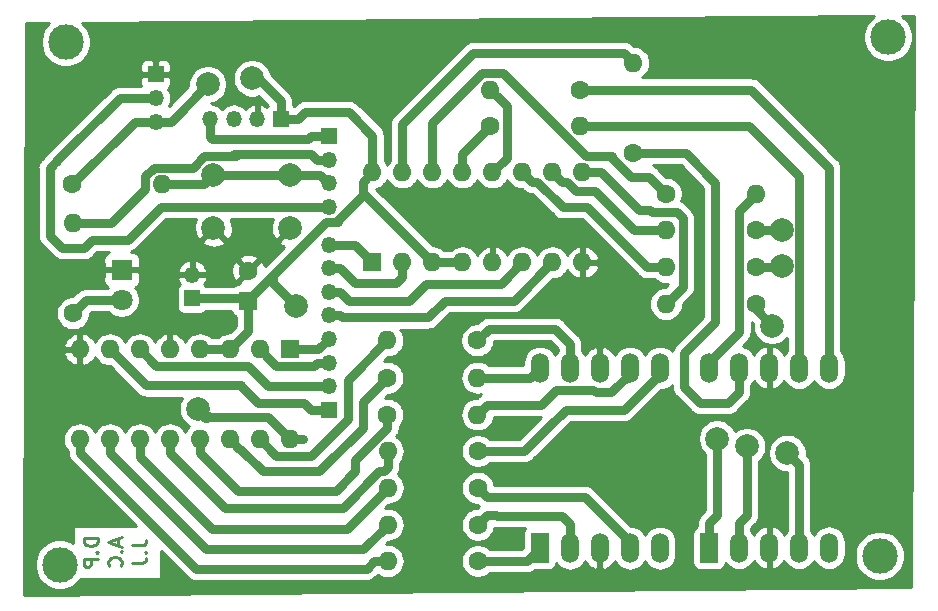
<source format=gbr>
G04 #@! TF.GenerationSoftware,KiCad,Pcbnew,(5.1.2)-1*
G04 #@! TF.CreationDate,2019-07-06T16:25:27-05:00*
G04 #@! TF.ProjectId,Proyecto,50726f79-6563-4746-9f2e-6b696361645f,rev?*
G04 #@! TF.SameCoordinates,Original*
G04 #@! TF.FileFunction,Copper,L2,Bot*
G04 #@! TF.FilePolarity,Positive*
%FSLAX46Y46*%
G04 Gerber Fmt 4.6, Leading zero omitted, Abs format (unit mm)*
G04 Created by KiCad (PCBNEW (5.1.2)-1) date 2019-07-06 16:25:27*
%MOMM*%
%LPD*%
G04 APERTURE LIST*
%ADD10C,0.250000*%
%ADD11C,1.600000*%
%ADD12O,1.600000X1.600000*%
%ADD13O,1.350000X1.350000*%
%ADD14R,1.350000X1.350000*%
%ADD15O,1.524000X2.524000*%
%ADD16R,1.524000X2.524000*%
%ADD17R,1.600000X1.600000*%
%ADD18C,2.000000*%
%ADD19R,1.800000X1.800000*%
%ADD20C,1.800000*%
%ADD21C,3.000000*%
%ADD22C,0.800000*%
%ADD23C,1.000000*%
%ADD24C,0.254000*%
G04 APERTURE END LIST*
D10*
X110862457Y-100958800D02*
X109662457Y-100958800D01*
X109662457Y-101244514D01*
X109719600Y-101415942D01*
X109833885Y-101530228D01*
X109948171Y-101587371D01*
X110176742Y-101644514D01*
X110348171Y-101644514D01*
X110576742Y-101587371D01*
X110691028Y-101530228D01*
X110805314Y-101415942D01*
X110862457Y-101244514D01*
X110862457Y-100958800D01*
X110748171Y-102158800D02*
X110805314Y-102215942D01*
X110862457Y-102158800D01*
X110805314Y-102101657D01*
X110748171Y-102158800D01*
X110862457Y-102158800D01*
X110862457Y-102730228D02*
X109662457Y-102730228D01*
X109662457Y-103187371D01*
X109719600Y-103301657D01*
X109776742Y-103358800D01*
X109891028Y-103415942D01*
X110062457Y-103415942D01*
X110176742Y-103358800D01*
X110233885Y-103301657D01*
X110291028Y-103187371D01*
X110291028Y-102730228D01*
X112569600Y-100987371D02*
X112569600Y-101558800D01*
X112912457Y-100873085D02*
X111712457Y-101273085D01*
X112912457Y-101673085D01*
X112798171Y-102073085D02*
X112855314Y-102130228D01*
X112912457Y-102073085D01*
X112855314Y-102015942D01*
X112798171Y-102073085D01*
X112912457Y-102073085D01*
X112798171Y-103330228D02*
X112855314Y-103273085D01*
X112912457Y-103101657D01*
X112912457Y-102987371D01*
X112855314Y-102815942D01*
X112741028Y-102701657D01*
X112626742Y-102644514D01*
X112398171Y-102587371D01*
X112226742Y-102587371D01*
X111998171Y-102644514D01*
X111883885Y-102701657D01*
X111769600Y-102815942D01*
X111712457Y-102987371D01*
X111712457Y-103101657D01*
X111769600Y-103273085D01*
X111826742Y-103330228D01*
X113762457Y-101587371D02*
X114619600Y-101587371D01*
X114791028Y-101530228D01*
X114905314Y-101415942D01*
X114962457Y-101244514D01*
X114962457Y-101130228D01*
X114848171Y-102158800D02*
X114905314Y-102215942D01*
X114962457Y-102158800D01*
X114905314Y-102101657D01*
X114848171Y-102158800D01*
X114962457Y-102158800D01*
X113762457Y-103073085D02*
X114619600Y-103073085D01*
X114791028Y-103015942D01*
X114905314Y-102901657D01*
X114962457Y-102730228D01*
X114962457Y-102615942D01*
D11*
X158978600Y-71805800D03*
D12*
X166598600Y-71805800D03*
D13*
X120352300Y-65468500D03*
X122352300Y-65468500D03*
X124352300Y-65468500D03*
D14*
X126352300Y-65468500D03*
D15*
X148285200Y-86563200D03*
X150825200Y-86563200D03*
X153365200Y-86563200D03*
X155905200Y-86563200D03*
X158445200Y-86563200D03*
X158445200Y-101803200D03*
X155905200Y-101803200D03*
X153365200Y-101803200D03*
X150825200Y-101803200D03*
D16*
X148285200Y-101803200D03*
X162610800Y-101777800D03*
D15*
X165150800Y-101777800D03*
X167690800Y-101777800D03*
X170230800Y-101777800D03*
X172770800Y-101777800D03*
X172770800Y-86537800D03*
X170230800Y-86537800D03*
X167690800Y-86537800D03*
X165150800Y-86537800D03*
X162610800Y-86537800D03*
D17*
X127127000Y-84988400D03*
D12*
X109347000Y-92608400D03*
X124587000Y-84988400D03*
X111887000Y-92608400D03*
X122047000Y-84988400D03*
X114427000Y-92608400D03*
X119507000Y-84988400D03*
X116967000Y-92608400D03*
X116967000Y-84988400D03*
X119507000Y-92608400D03*
X114427000Y-84988400D03*
X122047000Y-92608400D03*
X111887000Y-84988400D03*
X124587000Y-92608400D03*
X109347000Y-84988400D03*
X127127000Y-92608400D03*
D11*
X143027400Y-99822000D03*
D12*
X135407400Y-99822000D03*
D17*
X134112000Y-77622400D03*
D12*
X151892000Y-70002400D03*
X136652000Y-77622400D03*
X149352000Y-70002400D03*
X139192000Y-77622400D03*
X146812000Y-70002400D03*
X141732000Y-77622400D03*
X144272000Y-70002400D03*
X144272000Y-77622400D03*
X141732000Y-70002400D03*
X146812000Y-77622400D03*
X139192000Y-70002400D03*
X149352000Y-77622400D03*
X136652000Y-70002400D03*
X151892000Y-77622400D03*
X134112000Y-70002400D03*
D18*
X120652400Y-74731000D03*
X120652400Y-70231000D03*
X127152400Y-74731000D03*
X127152400Y-70231000D03*
D11*
X143027400Y-102895400D03*
D12*
X135407400Y-102895400D03*
D11*
X143027400Y-96697800D03*
D12*
X135407400Y-96697800D03*
D11*
X143027400Y-93599000D03*
D12*
X135407400Y-93599000D03*
D11*
X135382000Y-90500200D03*
D12*
X143002000Y-90500200D03*
D11*
X135382000Y-87376000D03*
D12*
X143002000Y-87376000D03*
D11*
X143002000Y-84226400D03*
D12*
X135382000Y-84226400D03*
D11*
X166573200Y-81127600D03*
D12*
X158953200Y-81127600D03*
D11*
X166598600Y-74904600D03*
D12*
X158978600Y-74904600D03*
D11*
X166598600Y-78028800D03*
D12*
X158978600Y-78028800D03*
D11*
X151714200Y-62992000D03*
D12*
X144094200Y-62992000D03*
D11*
X144094200Y-66090800D03*
D12*
X151714200Y-66090800D03*
D11*
X156210000Y-68351400D03*
D12*
X156210000Y-60731400D03*
D11*
X108737400Y-81940400D03*
D12*
X108737400Y-74320400D03*
D11*
X108686600Y-70993000D03*
D12*
X116306600Y-70993000D03*
D14*
X130403600Y-90111600D03*
D13*
X130403600Y-88111600D03*
X130403600Y-86111600D03*
X130403600Y-84111600D03*
X130403600Y-82111600D03*
X130403600Y-80111600D03*
X130403600Y-78111600D03*
X130403600Y-76111600D03*
D14*
X118846600Y-80663800D03*
D13*
X118846600Y-78663800D03*
D14*
X130403600Y-66929000D03*
D13*
X130403600Y-68929000D03*
X130403600Y-70929000D03*
X130403600Y-72929000D03*
D14*
X115747800Y-61696600D03*
D13*
X115747800Y-63696600D03*
X115747800Y-65696600D03*
D19*
X112877600Y-78257400D03*
D20*
X112877600Y-80797400D03*
D17*
X123596400Y-80848200D03*
D11*
X123596400Y-78348200D03*
D21*
X108153200Y-58966100D03*
X107645200Y-103200200D03*
X177063400Y-102463600D03*
X177774600Y-58547000D03*
D18*
X127609600Y-81280000D03*
X120167400Y-62547500D03*
X123913900Y-62026800D03*
X119329200Y-90017600D03*
X168783000Y-77965300D03*
X169240200Y-93751400D03*
X168783000Y-74853800D03*
X165836600Y-93192600D03*
X167944800Y-82969100D03*
X163296600Y-92532200D03*
D22*
X119507000Y-84988400D02*
X122047000Y-84988400D01*
X123596400Y-83439000D02*
X122047000Y-84988400D01*
X123596400Y-80848200D02*
X123596400Y-83439000D01*
X123412000Y-80663800D02*
X123596400Y-80848200D01*
X118846600Y-80663800D02*
X123412000Y-80663800D01*
X130189799Y-74204001D02*
X131154999Y-74204001D01*
X123596400Y-80848200D02*
X123596400Y-80797400D01*
X133312001Y-70802399D02*
X134112000Y-70002400D01*
X133312001Y-71907601D02*
X133312001Y-70802399D01*
X131154999Y-74064603D02*
X133312001Y-71907601D01*
X131154999Y-74204001D02*
X131154999Y-74064603D01*
X133477201Y-71907601D02*
X139192000Y-77622400D01*
X133312001Y-71907601D02*
X133477201Y-71907601D01*
X139192000Y-77622400D02*
X141732000Y-77622400D01*
X113983000Y-65696600D02*
X115747800Y-65696600D01*
X108686600Y-70993000D02*
X113983000Y-65696600D01*
X134112000Y-66878200D02*
X134112000Y-70002400D01*
X125691900Y-78701900D02*
X125691900Y-79362300D01*
X125691900Y-78701900D02*
X130189799Y-74204001D01*
X123596400Y-80797400D02*
X125691900Y-78701900D01*
X125691900Y-79362300D02*
X127609600Y-81280000D01*
X127127000Y-92608400D02*
X128258370Y-92608400D01*
X127609600Y-81280000D02*
X127609600Y-81280000D01*
X128430550Y-64865250D02*
X132099050Y-64865250D01*
X127827300Y-65468500D02*
X128430550Y-64865250D01*
X126352300Y-65468500D02*
X127827300Y-65468500D01*
X134112000Y-66878200D02*
X132099050Y-64865250D01*
X126352300Y-63993500D02*
X126352300Y-65468500D01*
X124385600Y-62026800D02*
X126352300Y-63993500D01*
X123913900Y-62026800D02*
X124385600Y-62026800D01*
X117018300Y-65696600D02*
X120167400Y-62547500D01*
X115747800Y-65696600D02*
X117018300Y-65696600D01*
X127127000Y-92608400D02*
X125234700Y-90716100D01*
X125234700Y-90716100D02*
X120103900Y-90716100D01*
D23*
X120027700Y-90716100D02*
X119329200Y-90017600D01*
X120103900Y-90716100D02*
X120027700Y-90716100D01*
D22*
X109880400Y-80797400D02*
X108737400Y-81940400D01*
X112877600Y-80797400D02*
X109880400Y-80797400D01*
X112706400Y-63696600D02*
X115747800Y-63696600D01*
X116170598Y-72929000D02*
X113379197Y-75720401D01*
X130403600Y-72929000D02*
X116170598Y-72929000D01*
X113379197Y-75720401D02*
X110385399Y-75720401D01*
X110385399Y-75720401D02*
X109689900Y-76415900D01*
X109689900Y-76415900D02*
X107861100Y-76415900D01*
X107861100Y-76415900D02*
X106794300Y-75349100D01*
X106794300Y-69608700D02*
X107607100Y-68795900D01*
X106794300Y-75349100D02*
X106794300Y-69608700D01*
X107286599Y-69116401D02*
X107607100Y-68795900D01*
X107607100Y-68795900D02*
X112706400Y-63696600D01*
X119890400Y-70993000D02*
X120652400Y-70231000D01*
X116306600Y-70993000D02*
X119890400Y-70993000D01*
X120652400Y-70231000D02*
X127152400Y-70231000D01*
X129705600Y-70231000D02*
X130403600Y-70929000D01*
X127152400Y-70231000D02*
X129705600Y-70231000D01*
X129449006Y-68929000D02*
X130403600Y-68929000D01*
X128947606Y-68427600D02*
X129449006Y-68929000D01*
X118922399Y-69592999D02*
X119884399Y-68630999D01*
X115634599Y-69592999D02*
X118922399Y-69592999D01*
X122529401Y-68630999D02*
X122732800Y-68427600D01*
X122732800Y-68427600D02*
X128947606Y-68427600D01*
X108737400Y-74320400D02*
X111963200Y-74320400D01*
X122427198Y-68427600D02*
X122732800Y-68427600D01*
X111963200Y-74320400D02*
X114884200Y-71399400D01*
X119884399Y-68630999D02*
X122529401Y-68630999D01*
X114884200Y-71399400D02*
X114884200Y-70343398D01*
X114884200Y-70343398D02*
X115634599Y-69592999D01*
X120352300Y-66999600D02*
X120352300Y-65468500D01*
X120535700Y-67183000D02*
X120352300Y-66999600D01*
X128674600Y-67183000D02*
X120535700Y-67183000D01*
X130403600Y-66929000D02*
X128928600Y-66929000D01*
X128928600Y-66929000D02*
X128674600Y-67183000D01*
X132601200Y-76111600D02*
X134112000Y-77622400D01*
X130403600Y-76111600D02*
X132601200Y-76111600D01*
X136652000Y-78828900D02*
X136652000Y-77622400D01*
X136118600Y-79362300D02*
X136652000Y-78828900D01*
X132608894Y-79362300D02*
X136118600Y-79362300D01*
X130403600Y-78111600D02*
X131358194Y-78111600D01*
X131358194Y-78111600D02*
X132608894Y-79362300D01*
X131358194Y-80111600D02*
X132120194Y-80873600D01*
X130403600Y-80111600D02*
X131358194Y-80111600D01*
X132120194Y-80873600D02*
X137185400Y-80873600D01*
X137185400Y-80873600D02*
X138607800Y-79451200D01*
X144983200Y-79451200D02*
X146812000Y-77622400D01*
X138607800Y-79451200D02*
X144983200Y-79451200D01*
X146126200Y-80848200D02*
X149352000Y-77622400D01*
X140246100Y-80848200D02*
X146126200Y-80848200D01*
X138823700Y-82270600D02*
X140246100Y-80848200D01*
X131517194Y-82270600D02*
X138823700Y-82270600D01*
X130403600Y-82111600D02*
X131358194Y-82111600D01*
X131358194Y-82111600D02*
X131517194Y-82270600D01*
X129526800Y-84988400D02*
X130403600Y-84111600D01*
X127127000Y-84988400D02*
X129526800Y-84988400D01*
X125386999Y-85788399D02*
X124587000Y-84988400D01*
X125987001Y-86388401D02*
X125386999Y-85788399D01*
X129172205Y-86388401D02*
X125987001Y-86388401D01*
X129449006Y-86111600D02*
X129172205Y-86388401D01*
X130403600Y-86111600D02*
X129449006Y-86111600D01*
X115827001Y-86388401D02*
X123574001Y-86388401D01*
X114427000Y-84988400D02*
X115827001Y-86388401D01*
X125297200Y-88111600D02*
X130403600Y-88111600D01*
X123574001Y-86388401D02*
X125297200Y-88111600D01*
X111887000Y-84988400D02*
X114935000Y-88036400D01*
X114935000Y-88036400D02*
X123012200Y-88036400D01*
X123012200Y-88036400D02*
X123012200Y-88061800D01*
X123012200Y-88061800D02*
X124447300Y-89496900D01*
X128928600Y-90111600D02*
X130403600Y-90111600D01*
X128313900Y-89496900D02*
X128928600Y-90111600D01*
X124447300Y-89496900D02*
X128313900Y-89496900D01*
X155410001Y-59931401D02*
X156210000Y-60731400D01*
X142608199Y-59931401D02*
X155410001Y-59931401D01*
X136652000Y-65887600D02*
X142608199Y-59931401D01*
X136652000Y-70002400D02*
X136652000Y-65887600D01*
X150825200Y-84501200D02*
X149559800Y-83235800D01*
X150825200Y-86563200D02*
X150825200Y-84501200D01*
X143992600Y-83235800D02*
X143002000Y-84226400D01*
X149559800Y-83235800D02*
X143992600Y-83235800D01*
X147472400Y-87376000D02*
X148285200Y-86563200D01*
X143002000Y-87376000D02*
X147472400Y-87376000D01*
X139192000Y-70002400D02*
X139192000Y-65822198D01*
X143422199Y-61591999D02*
X145143397Y-61591999D01*
X152153797Y-68602399D02*
X154388997Y-68602399D01*
X139192000Y-65822198D02*
X143422199Y-61591999D01*
X145143397Y-61591999D02*
X152153797Y-68602399D01*
X154388997Y-68765597D02*
X155994100Y-70370700D01*
X157543500Y-70370700D02*
X158978600Y-71805800D01*
X155994100Y-70370700D02*
X157543500Y-70370700D01*
X149648990Y-88425210D02*
X152801037Y-88425210D01*
X154343200Y-88625200D02*
X155905200Y-87063200D01*
X153001027Y-88625200D02*
X154343200Y-88625200D01*
X152801037Y-88425210D02*
X153001027Y-88625200D01*
X148373999Y-89700201D02*
X148844000Y-89230200D01*
X143801999Y-89700201D02*
X148373999Y-89700201D01*
X143002000Y-90500200D02*
X143801999Y-89700201D01*
X148844000Y-89230200D02*
X149648990Y-88425210D01*
X143865600Y-66319400D02*
X144094200Y-66090800D01*
X141732000Y-68453000D02*
X144094200Y-66090800D01*
X141732000Y-70002400D02*
X141732000Y-68453000D01*
X144894199Y-63791999D02*
X144094200Y-62992000D01*
X145494201Y-64392001D02*
X144894199Y-63791999D01*
X145494201Y-68780199D02*
X145494201Y-64392001D01*
X144272000Y-70002400D02*
X145494201Y-68780199D01*
X155414600Y-90093800D02*
X158445200Y-87063200D01*
X150469600Y-90093800D02*
X155414600Y-90093800D01*
X146964400Y-93599000D02*
X148983700Y-91579700D01*
X143027400Y-93599000D02*
X146964400Y-93599000D01*
X148983700Y-91579700D02*
X150469600Y-90093800D01*
X147611999Y-70802399D02*
X148069199Y-70802399D01*
X146812000Y-70002400D02*
X147611999Y-70802399D01*
X148069199Y-70802399D02*
X150215600Y-72948800D01*
X150215600Y-72948800D02*
X152273000Y-72948800D01*
X157353000Y-78028800D02*
X158978600Y-78028800D01*
X152273000Y-72948800D02*
X157353000Y-78028800D01*
X152099799Y-97497799D02*
X152611900Y-98009900D01*
X143827399Y-97497799D02*
X152099799Y-97497799D01*
X143027400Y-96697800D02*
X143827399Y-97497799D01*
X152611900Y-98009900D02*
X155905200Y-101303200D01*
X150619997Y-70802399D02*
X151369398Y-71551800D01*
X149352000Y-70002400D02*
X150151999Y-70802399D01*
X150151999Y-70802399D02*
X150619997Y-70802399D01*
X151369398Y-71551800D02*
X152933400Y-71551800D01*
X156286200Y-74904600D02*
X158978600Y-74904600D01*
X152933400Y-71551800D02*
X156286200Y-74904600D01*
X150825200Y-101803200D02*
X150825200Y-99741200D01*
X150194800Y-99110800D02*
X150825200Y-99741200D01*
X144627600Y-99110800D02*
X150194800Y-99110800D01*
X144538801Y-99022001D02*
X144627600Y-99110800D01*
X143827399Y-99022001D02*
X144538801Y-99022001D01*
X143027400Y-99822000D02*
X143827399Y-99022001D01*
X160378601Y-79702199D02*
X158953200Y-81127600D01*
X160378601Y-73891601D02*
X160378601Y-79702199D01*
X153492200Y-70002400D02*
X156695601Y-73205801D01*
X151892000Y-70002400D02*
X153492200Y-70002400D01*
X156695601Y-73205801D02*
X157635401Y-73205801D01*
X157635401Y-73205801D02*
X157822900Y-73393300D01*
X157822900Y-73393300D02*
X159880300Y-73393300D01*
X159880300Y-73393300D02*
X160378601Y-73891601D01*
X147193000Y-102895400D02*
X148285200Y-101803200D01*
X143027400Y-102895400D02*
X147193000Y-102895400D01*
X132054600Y-87553800D02*
X135382000Y-84226400D01*
X132054600Y-90890602D02*
X132054600Y-87553800D01*
X128936801Y-94008401D02*
X132054600Y-90890602D01*
X124587000Y-92608400D02*
X125987001Y-94008401D01*
X125987001Y-94008401D02*
X128936801Y-94008401D01*
X133299200Y-89458800D02*
X135382000Y-87376000D01*
X122846999Y-93408399D02*
X122923199Y-93408399D01*
X122047000Y-92608400D02*
X122846999Y-93408399D01*
X122923199Y-93408399D02*
X124815600Y-95300800D01*
X133299200Y-91617800D02*
X133299200Y-89458800D01*
X129616200Y-95300800D02*
X133299200Y-91617800D01*
X127381000Y-95300800D02*
X129616200Y-95300800D01*
X124815600Y-95300800D02*
X127381000Y-95300800D01*
X119507000Y-93739770D02*
X122744430Y-96977200D01*
X119507000Y-92608400D02*
X119507000Y-93739770D01*
X122744430Y-96977200D02*
X130987800Y-96977200D01*
X130987800Y-96977200D02*
X130987800Y-96951800D01*
X135382000Y-91631570D02*
X135382000Y-90500200D01*
X135382000Y-91635026D02*
X135382000Y-91631570D01*
X132641801Y-94375225D02*
X135382000Y-91635026D01*
X132641801Y-95297799D02*
X132641801Y-94375225D01*
X130987800Y-96951800D02*
X132641801Y-95297799D01*
X135407400Y-93599000D02*
X135407400Y-93395800D01*
X135407400Y-93599000D02*
X135407400Y-94945200D01*
X135054801Y-95297799D02*
X134699201Y-95297799D01*
X135407400Y-94945200D02*
X135054801Y-95297799D01*
X134699201Y-95297799D02*
X131622800Y-98374200D01*
X116967000Y-93739770D02*
X116967000Y-92608400D01*
X121601430Y-98374200D02*
X116967000Y-93739770D01*
X131622800Y-98374200D02*
X121601430Y-98374200D01*
X114427000Y-92608400D02*
X114427000Y-94107000D01*
X114427000Y-94107000D02*
X120497600Y-100177600D01*
X131927600Y-100177600D02*
X135407400Y-96697800D01*
X120497600Y-100177600D02*
X131927600Y-100177600D01*
X111887000Y-93739770D02*
X120026630Y-101879400D01*
X111887000Y-92608400D02*
X111887000Y-93739770D01*
X133350000Y-101879400D02*
X135407400Y-99822000D01*
X120026630Y-101879400D02*
X133350000Y-101879400D01*
X109347000Y-93739770D02*
X119163030Y-103555800D01*
X109347000Y-92608400D02*
X109347000Y-93739770D01*
X133615630Y-103555800D02*
X119163030Y-103555800D01*
X134276030Y-102895400D02*
X133615630Y-103555800D01*
X135407400Y-102895400D02*
X134276030Y-102895400D01*
X165150800Y-86537800D02*
X165036973Y-86537800D01*
X160629600Y-68351400D02*
X156210000Y-68351400D01*
X163144200Y-70866000D02*
X160629600Y-68351400D01*
X163144200Y-82677000D02*
X163144200Y-70866000D01*
X165150800Y-88599800D02*
X164228300Y-89522300D01*
X165150800Y-86537800D02*
X165150800Y-88599800D01*
X164228300Y-89522300D02*
X161836100Y-89522300D01*
X161836100Y-89522300D02*
X160489900Y-88176100D01*
X160489900Y-88176100D02*
X160489900Y-85331300D01*
X160489900Y-85331300D02*
X163144200Y-82677000D01*
X162610800Y-86037800D02*
X162610800Y-86537800D01*
X165173199Y-83475401D02*
X162610800Y-86037800D01*
X165173199Y-73231201D02*
X165173199Y-83475401D01*
X166598600Y-71805800D02*
X165173199Y-73231201D01*
X170230800Y-70307200D02*
X170230800Y-86537800D01*
X166014400Y-66090800D02*
X167093900Y-67170300D01*
X151714200Y-66090800D02*
X166014400Y-66090800D01*
X166624000Y-66700400D02*
X167093900Y-67170300D01*
X167093900Y-67170300D02*
X170230800Y-70307200D01*
X172770800Y-69596000D02*
X172770800Y-86537800D01*
X151714200Y-62992000D02*
X166166800Y-62992000D01*
X166166800Y-62992000D02*
X172770800Y-69596000D01*
X167729970Y-78028800D02*
X167780770Y-77978000D01*
X166598600Y-78028800D02*
X167729970Y-78028800D01*
X167780770Y-77978000D02*
X168452800Y-77978000D01*
X168452800Y-77978000D02*
X168452800Y-77978000D01*
X170230800Y-101777800D02*
X170230800Y-94742000D01*
X170230800Y-94742000D02*
X169240200Y-93751400D01*
X169240200Y-93751400D02*
X169240200Y-93751400D01*
X167729970Y-74904600D02*
X167755370Y-74879200D01*
X166598600Y-74904600D02*
X167729970Y-74904600D01*
X167755370Y-74879200D02*
X168529000Y-74879200D01*
X168529000Y-74879200D02*
X168529000Y-74879200D01*
X165150800Y-99715800D02*
X165836600Y-99030000D01*
X165150800Y-101777800D02*
X165150800Y-99715800D01*
X165836600Y-99030000D02*
X165836600Y-93192600D01*
X165836600Y-93192600D02*
X165836600Y-93192600D01*
X162610800Y-99715800D02*
X163296600Y-99030000D01*
X162610800Y-101777800D02*
X162610800Y-99715800D01*
X163296600Y-99030000D02*
X163296600Y-92532200D01*
X163296600Y-92532200D02*
X163296600Y-92532200D01*
X166573200Y-81597500D02*
X167944800Y-82969100D01*
X166573200Y-81127600D02*
X166573200Y-81597500D01*
D24*
G36*
X179719177Y-105090468D02*
G01*
X104598358Y-105773960D01*
X104606990Y-102989921D01*
X105510200Y-102989921D01*
X105510200Y-103410479D01*
X105592247Y-103822956D01*
X105753188Y-104211502D01*
X105986837Y-104561183D01*
X106284217Y-104858563D01*
X106633898Y-105092212D01*
X107022444Y-105253153D01*
X107434921Y-105335200D01*
X107855479Y-105335200D01*
X108267956Y-105253153D01*
X108656502Y-105092212D01*
X109006183Y-104858563D01*
X109303563Y-104561183D01*
X109408246Y-104404514D01*
X116178100Y-104404514D01*
X116178100Y-102034581D01*
X118395227Y-104251708D01*
X118427634Y-104291196D01*
X118467122Y-104323603D01*
X118585232Y-104420534D01*
X118681339Y-104471904D01*
X118765037Y-104516641D01*
X118960135Y-104575824D01*
X119112192Y-104590800D01*
X119112195Y-104590800D01*
X119163030Y-104595807D01*
X119213865Y-104590800D01*
X133564802Y-104590800D01*
X133615630Y-104595806D01*
X133666458Y-104590800D01*
X133666468Y-104590800D01*
X133818525Y-104575824D01*
X134013623Y-104516641D01*
X134193427Y-104420534D01*
X134351026Y-104291196D01*
X134383437Y-104251703D01*
X134570328Y-104064812D01*
X134606299Y-104094332D01*
X134855592Y-104227582D01*
X135126091Y-104309636D01*
X135336908Y-104330400D01*
X135477892Y-104330400D01*
X135688709Y-104309636D01*
X135959208Y-104227582D01*
X136208501Y-104094332D01*
X136427008Y-103915008D01*
X136606332Y-103696501D01*
X136739582Y-103447208D01*
X136821636Y-103176709D01*
X136849343Y-102895400D01*
X136821636Y-102614091D01*
X136739582Y-102343592D01*
X136606332Y-102094299D01*
X136427008Y-101875792D01*
X136208501Y-101696468D01*
X135959208Y-101563218D01*
X135688709Y-101481164D01*
X135477892Y-101460400D01*
X135336908Y-101460400D01*
X135221327Y-101471784D01*
X135436111Y-101257000D01*
X135477892Y-101257000D01*
X135688709Y-101236236D01*
X135959208Y-101154182D01*
X136208501Y-101020932D01*
X136427008Y-100841608D01*
X136606332Y-100623101D01*
X136739582Y-100373808D01*
X136821636Y-100103309D01*
X136849343Y-99822000D01*
X136821636Y-99540691D01*
X136739582Y-99270192D01*
X136606332Y-99020899D01*
X136427008Y-98802392D01*
X136208501Y-98623068D01*
X135959208Y-98489818D01*
X135688709Y-98407764D01*
X135477892Y-98387000D01*
X135336908Y-98387000D01*
X135164977Y-98403934D01*
X135436111Y-98132800D01*
X135477892Y-98132800D01*
X135688709Y-98112036D01*
X135959208Y-98029982D01*
X136208501Y-97896732D01*
X136427008Y-97717408D01*
X136606332Y-97498901D01*
X136739582Y-97249608D01*
X136821636Y-96979109D01*
X136849343Y-96697800D01*
X136835423Y-96556465D01*
X141592400Y-96556465D01*
X141592400Y-96839135D01*
X141647547Y-97116374D01*
X141755720Y-97377527D01*
X141912763Y-97612559D01*
X142112641Y-97812437D01*
X142347673Y-97969480D01*
X142608826Y-98077653D01*
X142886065Y-98132800D01*
X142998689Y-98132800D01*
X143059595Y-98193706D01*
X143092003Y-98233195D01*
X143124543Y-98259900D01*
X143092003Y-98286605D01*
X143059596Y-98326093D01*
X142998689Y-98387000D01*
X142886065Y-98387000D01*
X142608826Y-98442147D01*
X142347673Y-98550320D01*
X142112641Y-98707363D01*
X141912763Y-98907241D01*
X141755720Y-99142273D01*
X141647547Y-99403426D01*
X141592400Y-99680665D01*
X141592400Y-99963335D01*
X141647547Y-100240574D01*
X141755720Y-100501727D01*
X141912763Y-100736759D01*
X142112641Y-100936637D01*
X142347673Y-101093680D01*
X142608826Y-101201853D01*
X142886065Y-101257000D01*
X143168735Y-101257000D01*
X143445974Y-101201853D01*
X143707127Y-101093680D01*
X143942159Y-100936637D01*
X144142037Y-100736759D01*
X144299080Y-100501727D01*
X144407253Y-100240574D01*
X144429000Y-100131247D01*
X144576762Y-100145800D01*
X144576765Y-100145800D01*
X144627600Y-100150807D01*
X144678435Y-100145800D01*
X147026234Y-100145800D01*
X146992663Y-100186706D01*
X146933698Y-100297020D01*
X146897388Y-100416718D01*
X146885128Y-100541200D01*
X146885128Y-101739562D01*
X146764290Y-101860400D01*
X144021796Y-101860400D01*
X143942159Y-101780763D01*
X143707127Y-101623720D01*
X143445974Y-101515547D01*
X143168735Y-101460400D01*
X142886065Y-101460400D01*
X142608826Y-101515547D01*
X142347673Y-101623720D01*
X142112641Y-101780763D01*
X141912763Y-101980641D01*
X141755720Y-102215673D01*
X141647547Y-102476826D01*
X141592400Y-102754065D01*
X141592400Y-103036735D01*
X141647547Y-103313974D01*
X141755720Y-103575127D01*
X141912763Y-103810159D01*
X142112641Y-104010037D01*
X142347673Y-104167080D01*
X142608826Y-104275253D01*
X142886065Y-104330400D01*
X143168735Y-104330400D01*
X143445974Y-104275253D01*
X143707127Y-104167080D01*
X143942159Y-104010037D01*
X144021796Y-103930400D01*
X147142172Y-103930400D01*
X147193000Y-103935406D01*
X147243828Y-103930400D01*
X147243838Y-103930400D01*
X147395895Y-103915424D01*
X147590993Y-103856241D01*
X147770797Y-103760134D01*
X147840084Y-103703272D01*
X149047200Y-103703272D01*
X149171682Y-103691012D01*
X149291380Y-103654702D01*
X149401694Y-103595737D01*
X149498385Y-103516385D01*
X149577737Y-103419694D01*
X149636702Y-103309380D01*
X149673012Y-103189682D01*
X149680779Y-103110822D01*
X149832593Y-103295808D01*
X150045314Y-103470383D01*
X150288006Y-103600104D01*
X150551341Y-103679986D01*
X150825200Y-103706959D01*
X151099060Y-103679986D01*
X151362395Y-103600104D01*
X151605087Y-103470383D01*
X151817808Y-103295808D01*
X151992383Y-103083087D01*
X152096238Y-102888787D01*
X152123141Y-102955142D01*
X152274194Y-103184929D01*
X152467174Y-103380832D01*
X152694665Y-103535322D01*
X152947924Y-103642462D01*
X153022130Y-103657420D01*
X153238200Y-103534920D01*
X153238200Y-101930200D01*
X153218200Y-101930200D01*
X153218200Y-101676200D01*
X153238200Y-101676200D01*
X153238200Y-101656200D01*
X153492200Y-101656200D01*
X153492200Y-101676200D01*
X153512200Y-101676200D01*
X153512200Y-101930200D01*
X153492200Y-101930200D01*
X153492200Y-103534920D01*
X153708270Y-103657420D01*
X153782476Y-103642462D01*
X154035735Y-103535322D01*
X154263226Y-103380832D01*
X154456206Y-103184929D01*
X154607259Y-102955142D01*
X154634162Y-102888787D01*
X154738017Y-103083087D01*
X154912593Y-103295808D01*
X155125314Y-103470383D01*
X155368006Y-103600104D01*
X155631341Y-103679986D01*
X155905200Y-103706959D01*
X156179060Y-103679986D01*
X156442395Y-103600104D01*
X156685087Y-103470383D01*
X156897808Y-103295808D01*
X157072383Y-103083087D01*
X157175200Y-102890729D01*
X157278017Y-103083087D01*
X157452593Y-103295808D01*
X157665314Y-103470383D01*
X157908006Y-103600104D01*
X158171341Y-103679986D01*
X158445200Y-103706959D01*
X158719060Y-103679986D01*
X158982395Y-103600104D01*
X159225087Y-103470383D01*
X159437808Y-103295808D01*
X159612383Y-103083087D01*
X159742104Y-102840395D01*
X159821986Y-102577060D01*
X159842200Y-102371825D01*
X159842200Y-101234575D01*
X159821986Y-101029340D01*
X159742104Y-100766005D01*
X159612383Y-100523313D01*
X159606218Y-100515800D01*
X161210728Y-100515800D01*
X161210728Y-103039800D01*
X161222988Y-103164282D01*
X161259298Y-103283980D01*
X161318263Y-103394294D01*
X161397615Y-103490985D01*
X161494306Y-103570337D01*
X161604620Y-103629302D01*
X161724318Y-103665612D01*
X161848800Y-103677872D01*
X163372800Y-103677872D01*
X163497282Y-103665612D01*
X163616980Y-103629302D01*
X163727294Y-103570337D01*
X163823985Y-103490985D01*
X163903337Y-103394294D01*
X163962302Y-103283980D01*
X163998612Y-103164282D01*
X164006379Y-103085422D01*
X164158193Y-103270408D01*
X164370914Y-103444983D01*
X164613606Y-103574704D01*
X164876941Y-103654586D01*
X165150800Y-103681559D01*
X165424660Y-103654586D01*
X165687995Y-103574704D01*
X165930687Y-103444983D01*
X166143408Y-103270408D01*
X166317983Y-103057687D01*
X166421838Y-102863387D01*
X166448741Y-102929742D01*
X166599794Y-103159529D01*
X166792774Y-103355432D01*
X167020265Y-103509922D01*
X167273524Y-103617062D01*
X167347730Y-103632020D01*
X167563800Y-103509520D01*
X167563800Y-101904800D01*
X167543800Y-101904800D01*
X167543800Y-101650800D01*
X167563800Y-101650800D01*
X167563800Y-100046080D01*
X167347730Y-99923580D01*
X167273524Y-99938538D01*
X167020265Y-100045678D01*
X166792774Y-100200168D01*
X166599794Y-100396071D01*
X166448741Y-100625858D01*
X166421838Y-100692213D01*
X166317983Y-100497913D01*
X166185800Y-100336848D01*
X166185800Y-100144510D01*
X166532503Y-99797807D01*
X166571996Y-99765396D01*
X166692054Y-99619105D01*
X166701334Y-99607798D01*
X166797440Y-99427994D01*
X166797441Y-99427993D01*
X166856624Y-99232895D01*
X166871600Y-99080838D01*
X166871600Y-99080835D01*
X166876607Y-99030000D01*
X166871600Y-98979165D01*
X166871600Y-94467433D01*
X166878852Y-94462587D01*
X167106587Y-94234852D01*
X167285518Y-93967063D01*
X167408768Y-93669512D01*
X167424510Y-93590367D01*
X167605200Y-93590367D01*
X167605200Y-93912433D01*
X167668032Y-94228312D01*
X167791282Y-94525863D01*
X167970213Y-94793652D01*
X168197948Y-95021387D01*
X168465737Y-95200318D01*
X168763288Y-95323568D01*
X169079167Y-95386400D01*
X169195801Y-95386400D01*
X169195800Y-100336848D01*
X169063617Y-100497914D01*
X168959762Y-100692214D01*
X168932859Y-100625858D01*
X168781806Y-100396071D01*
X168588826Y-100200168D01*
X168361335Y-100045678D01*
X168108076Y-99938538D01*
X168033870Y-99923580D01*
X167817800Y-100046080D01*
X167817800Y-101650800D01*
X167837800Y-101650800D01*
X167837800Y-101904800D01*
X167817800Y-101904800D01*
X167817800Y-103509520D01*
X168033870Y-103632020D01*
X168108076Y-103617062D01*
X168361335Y-103509922D01*
X168588826Y-103355432D01*
X168781806Y-103159529D01*
X168932859Y-102929742D01*
X168959762Y-102863387D01*
X169063617Y-103057687D01*
X169238193Y-103270408D01*
X169450914Y-103444983D01*
X169693606Y-103574704D01*
X169956941Y-103654586D01*
X170230800Y-103681559D01*
X170504660Y-103654586D01*
X170767995Y-103574704D01*
X171010687Y-103444983D01*
X171223408Y-103270408D01*
X171397983Y-103057687D01*
X171500800Y-102865329D01*
X171603617Y-103057687D01*
X171778193Y-103270408D01*
X171990914Y-103444983D01*
X172233606Y-103574704D01*
X172496941Y-103654586D01*
X172770800Y-103681559D01*
X173044660Y-103654586D01*
X173307995Y-103574704D01*
X173550687Y-103444983D01*
X173763408Y-103270408D01*
X173937983Y-103057687D01*
X174067704Y-102814995D01*
X174147586Y-102551660D01*
X174167800Y-102346425D01*
X174167800Y-102253321D01*
X174928400Y-102253321D01*
X174928400Y-102673879D01*
X175010447Y-103086356D01*
X175171388Y-103474902D01*
X175405037Y-103824583D01*
X175702417Y-104121963D01*
X176052098Y-104355612D01*
X176440644Y-104516553D01*
X176853121Y-104598600D01*
X177273679Y-104598600D01*
X177686156Y-104516553D01*
X178074702Y-104355612D01*
X178424383Y-104121963D01*
X178721763Y-103824583D01*
X178955412Y-103474902D01*
X179116353Y-103086356D01*
X179198400Y-102673879D01*
X179198400Y-102253321D01*
X179116353Y-101840844D01*
X178955412Y-101452298D01*
X178721763Y-101102617D01*
X178424383Y-100805237D01*
X178074702Y-100571588D01*
X177686156Y-100410647D01*
X177273679Y-100328600D01*
X176853121Y-100328600D01*
X176440644Y-100410647D01*
X176052098Y-100571588D01*
X175702417Y-100805237D01*
X175405037Y-101102617D01*
X175171388Y-101452298D01*
X175010447Y-101840844D01*
X174928400Y-102253321D01*
X174167800Y-102253321D01*
X174167800Y-101209175D01*
X174147586Y-101003940D01*
X174067704Y-100740605D01*
X173937983Y-100497913D01*
X173763407Y-100285192D01*
X173550686Y-100110617D01*
X173307994Y-99980896D01*
X173044659Y-99901014D01*
X172770800Y-99874041D01*
X172496940Y-99901014D01*
X172233605Y-99980896D01*
X171990913Y-100110617D01*
X171778192Y-100285193D01*
X171603617Y-100497914D01*
X171500800Y-100690271D01*
X171397983Y-100497913D01*
X171265800Y-100336848D01*
X171265800Y-94792835D01*
X171270807Y-94742000D01*
X171265173Y-94684797D01*
X171250824Y-94539105D01*
X171191641Y-94344007D01*
X171129420Y-94227600D01*
X171095534Y-94164202D01*
X170998603Y-94046092D01*
X170966196Y-94006604D01*
X170926708Y-93974197D01*
X170873498Y-93920988D01*
X170875200Y-93912433D01*
X170875200Y-93590367D01*
X170812368Y-93274488D01*
X170689118Y-92976937D01*
X170510187Y-92709148D01*
X170282452Y-92481413D01*
X170014663Y-92302482D01*
X169717112Y-92179232D01*
X169401233Y-92116400D01*
X169079167Y-92116400D01*
X168763288Y-92179232D01*
X168465737Y-92302482D01*
X168197948Y-92481413D01*
X167970213Y-92709148D01*
X167791282Y-92976937D01*
X167668032Y-93274488D01*
X167605200Y-93590367D01*
X167424510Y-93590367D01*
X167471600Y-93353633D01*
X167471600Y-93031567D01*
X167408768Y-92715688D01*
X167285518Y-92418137D01*
X167106587Y-92150348D01*
X166878852Y-91922613D01*
X166611063Y-91743682D01*
X166313512Y-91620432D01*
X165997633Y-91557600D01*
X165675567Y-91557600D01*
X165359688Y-91620432D01*
X165062137Y-91743682D01*
X164809593Y-91912427D01*
X164745518Y-91757737D01*
X164566587Y-91489948D01*
X164338852Y-91262213D01*
X164071063Y-91083282D01*
X163773512Y-90960032D01*
X163457633Y-90897200D01*
X163135567Y-90897200D01*
X162819688Y-90960032D01*
X162522137Y-91083282D01*
X162254348Y-91262213D01*
X162026613Y-91489948D01*
X161847682Y-91757737D01*
X161724432Y-92055288D01*
X161661600Y-92371167D01*
X161661600Y-92693233D01*
X161724432Y-93009112D01*
X161847682Y-93306663D01*
X162026613Y-93574452D01*
X162254348Y-93802187D01*
X162261601Y-93807033D01*
X162261600Y-98601290D01*
X161914893Y-98947997D01*
X161875405Y-98980404D01*
X161842998Y-99019892D01*
X161842997Y-99019893D01*
X161746066Y-99138003D01*
X161649960Y-99317807D01*
X161590777Y-99512905D01*
X161570794Y-99715800D01*
X161575801Y-99766637D01*
X161575801Y-99941702D01*
X161494306Y-99985263D01*
X161397615Y-100064615D01*
X161318263Y-100161306D01*
X161259298Y-100271620D01*
X161222988Y-100391318D01*
X161210728Y-100515800D01*
X159606218Y-100515800D01*
X159437807Y-100310592D01*
X159225086Y-100136017D01*
X158982394Y-100006296D01*
X158719059Y-99926414D01*
X158445200Y-99899441D01*
X158171340Y-99926414D01*
X157908005Y-100006296D01*
X157665313Y-100136017D01*
X157452592Y-100310593D01*
X157278017Y-100523314D01*
X157175200Y-100715671D01*
X157072383Y-100523313D01*
X156897807Y-100310592D01*
X156685086Y-100136017D01*
X156442394Y-100006296D01*
X156179059Y-99926414D01*
X155971702Y-99905991D01*
X153307807Y-97242097D01*
X152867606Y-96801896D01*
X152835195Y-96762403D01*
X152677596Y-96633065D01*
X152497792Y-96536958D01*
X152302694Y-96477775D01*
X152150637Y-96462799D01*
X152150627Y-96462799D01*
X152099799Y-96457793D01*
X152048971Y-96462799D01*
X144443768Y-96462799D01*
X144407253Y-96279226D01*
X144299080Y-96018073D01*
X144142037Y-95783041D01*
X143942159Y-95583163D01*
X143707127Y-95426120D01*
X143445974Y-95317947D01*
X143168735Y-95262800D01*
X142886065Y-95262800D01*
X142608826Y-95317947D01*
X142347673Y-95426120D01*
X142112641Y-95583163D01*
X141912763Y-95783041D01*
X141755720Y-96018073D01*
X141647547Y-96279226D01*
X141592400Y-96556465D01*
X136835423Y-96556465D01*
X136821636Y-96416491D01*
X136739582Y-96145992D01*
X136606332Y-95896699D01*
X136427008Y-95678192D01*
X136258357Y-95539784D01*
X136272134Y-95522997D01*
X136368241Y-95343193D01*
X136427424Y-95148095D01*
X136442400Y-94996038D01*
X136442400Y-94996029D01*
X136447406Y-94945201D01*
X136442400Y-94894373D01*
X136442400Y-94599853D01*
X136606332Y-94400101D01*
X136739582Y-94150808D01*
X136821636Y-93880309D01*
X136849343Y-93599000D01*
X136821636Y-93317691D01*
X136739582Y-93047192D01*
X136606332Y-92797899D01*
X136427008Y-92579392D01*
X136208501Y-92400068D01*
X136128263Y-92357180D01*
X136231194Y-92231759D01*
X136246734Y-92212824D01*
X136342841Y-92033020D01*
X136373907Y-91930609D01*
X136402024Y-91837921D01*
X136417000Y-91685864D01*
X136417000Y-91685861D01*
X136422007Y-91635026D01*
X136417000Y-91584191D01*
X136417000Y-91494596D01*
X136496637Y-91414959D01*
X136653680Y-91179927D01*
X136761853Y-90918774D01*
X136817000Y-90641535D01*
X136817000Y-90358865D01*
X136761853Y-90081626D01*
X136653680Y-89820473D01*
X136496637Y-89585441D01*
X136296759Y-89385563D01*
X136061727Y-89228520D01*
X135800574Y-89120347D01*
X135523335Y-89065200D01*
X135240665Y-89065200D01*
X135135614Y-89086096D01*
X135410711Y-88811000D01*
X135523335Y-88811000D01*
X135800574Y-88755853D01*
X136061727Y-88647680D01*
X136296759Y-88490637D01*
X136496637Y-88290759D01*
X136653680Y-88055727D01*
X136761853Y-87794574D01*
X136817000Y-87517335D01*
X136817000Y-87234665D01*
X136761853Y-86957426D01*
X136653680Y-86696273D01*
X136496637Y-86461241D01*
X136296759Y-86261363D01*
X136061727Y-86104320D01*
X135800574Y-85996147D01*
X135523335Y-85941000D01*
X135240665Y-85941000D01*
X135103908Y-85968203D01*
X135410711Y-85661400D01*
X135452492Y-85661400D01*
X135663309Y-85640636D01*
X135933808Y-85558582D01*
X136183101Y-85425332D01*
X136401608Y-85246008D01*
X136580932Y-85027501D01*
X136714182Y-84778208D01*
X136796236Y-84507709D01*
X136823943Y-84226400D01*
X136796236Y-83945091D01*
X136714182Y-83674592D01*
X136580932Y-83425299D01*
X136482698Y-83305600D01*
X138772872Y-83305600D01*
X138823700Y-83310606D01*
X138874528Y-83305600D01*
X138874538Y-83305600D01*
X139026595Y-83290624D01*
X139221693Y-83231441D01*
X139401497Y-83135334D01*
X139559096Y-83005996D01*
X139591507Y-82966503D01*
X140674811Y-81883200D01*
X146075372Y-81883200D01*
X146126200Y-81888206D01*
X146177028Y-81883200D01*
X146177038Y-81883200D01*
X146329095Y-81868224D01*
X146524193Y-81809041D01*
X146703997Y-81712934D01*
X146861596Y-81583596D01*
X146894007Y-81544103D01*
X149380711Y-79057400D01*
X149422492Y-79057400D01*
X149633309Y-79036636D01*
X149903808Y-78954582D01*
X150153101Y-78821332D01*
X150371608Y-78642008D01*
X150550932Y-78423501D01*
X150624579Y-78285718D01*
X150739615Y-78477531D01*
X150928586Y-78685919D01*
X151154580Y-78853437D01*
X151408913Y-78973646D01*
X151542961Y-79014304D01*
X151765000Y-78892315D01*
X151765000Y-77749400D01*
X152019000Y-77749400D01*
X152019000Y-78892315D01*
X152241039Y-79014304D01*
X152375087Y-78973646D01*
X152629420Y-78853437D01*
X152855414Y-78685919D01*
X153044385Y-78477531D01*
X153189070Y-78236281D01*
X153283909Y-77971440D01*
X153162624Y-77749400D01*
X152019000Y-77749400D01*
X151765000Y-77749400D01*
X151745000Y-77749400D01*
X151745000Y-77495400D01*
X151765000Y-77495400D01*
X151765000Y-76352485D01*
X152019000Y-76352485D01*
X152019000Y-77495400D01*
X153162624Y-77495400D01*
X153283909Y-77273360D01*
X153189070Y-77008519D01*
X153044385Y-76767269D01*
X152855414Y-76558881D01*
X152629420Y-76391363D01*
X152375087Y-76271154D01*
X152241039Y-76230496D01*
X152019000Y-76352485D01*
X151765000Y-76352485D01*
X151542961Y-76230496D01*
X151408913Y-76271154D01*
X151154580Y-76391363D01*
X150928586Y-76558881D01*
X150739615Y-76767269D01*
X150624579Y-76959082D01*
X150550932Y-76821299D01*
X150371608Y-76602792D01*
X150153101Y-76423468D01*
X149903808Y-76290218D01*
X149633309Y-76208164D01*
X149422492Y-76187400D01*
X149281508Y-76187400D01*
X149070691Y-76208164D01*
X148800192Y-76290218D01*
X148550899Y-76423468D01*
X148332392Y-76602792D01*
X148153068Y-76821299D01*
X148082000Y-76954258D01*
X148010932Y-76821299D01*
X147831608Y-76602792D01*
X147613101Y-76423468D01*
X147363808Y-76290218D01*
X147093309Y-76208164D01*
X146882492Y-76187400D01*
X146741508Y-76187400D01*
X146530691Y-76208164D01*
X146260192Y-76290218D01*
X146010899Y-76423468D01*
X145792392Y-76602792D01*
X145613068Y-76821299D01*
X145539421Y-76959082D01*
X145424385Y-76767269D01*
X145235414Y-76558881D01*
X145009420Y-76391363D01*
X144755087Y-76271154D01*
X144621039Y-76230496D01*
X144399000Y-76352485D01*
X144399000Y-77495400D01*
X144419000Y-77495400D01*
X144419000Y-77749400D01*
X144399000Y-77749400D01*
X144399000Y-77769400D01*
X144145000Y-77769400D01*
X144145000Y-77749400D01*
X144125000Y-77749400D01*
X144125000Y-77495400D01*
X144145000Y-77495400D01*
X144145000Y-76352485D01*
X143922961Y-76230496D01*
X143788913Y-76271154D01*
X143534580Y-76391363D01*
X143308586Y-76558881D01*
X143119615Y-76767269D01*
X143004579Y-76959082D01*
X142930932Y-76821299D01*
X142751608Y-76602792D01*
X142533101Y-76423468D01*
X142283808Y-76290218D01*
X142013309Y-76208164D01*
X141802492Y-76187400D01*
X141661508Y-76187400D01*
X141450691Y-76208164D01*
X141180192Y-76290218D01*
X140930899Y-76423468D01*
X140731147Y-76587400D01*
X140192853Y-76587400D01*
X139993101Y-76423468D01*
X139743808Y-76290218D01*
X139473309Y-76208164D01*
X139262492Y-76187400D01*
X139220711Y-76187400D01*
X134436764Y-71403454D01*
X134663808Y-71334582D01*
X134913101Y-71201332D01*
X135131608Y-71022008D01*
X135310932Y-70803501D01*
X135382000Y-70670542D01*
X135453068Y-70803501D01*
X135632392Y-71022008D01*
X135850899Y-71201332D01*
X136100192Y-71334582D01*
X136370691Y-71416636D01*
X136581508Y-71437400D01*
X136722492Y-71437400D01*
X136933309Y-71416636D01*
X137203808Y-71334582D01*
X137453101Y-71201332D01*
X137671608Y-71022008D01*
X137850932Y-70803501D01*
X137922000Y-70670542D01*
X137993068Y-70803501D01*
X138172392Y-71022008D01*
X138390899Y-71201332D01*
X138640192Y-71334582D01*
X138910691Y-71416636D01*
X139121508Y-71437400D01*
X139262492Y-71437400D01*
X139473309Y-71416636D01*
X139743808Y-71334582D01*
X139993101Y-71201332D01*
X140211608Y-71022008D01*
X140390932Y-70803501D01*
X140462000Y-70670542D01*
X140533068Y-70803501D01*
X140712392Y-71022008D01*
X140930899Y-71201332D01*
X141180192Y-71334582D01*
X141450691Y-71416636D01*
X141661508Y-71437400D01*
X141802492Y-71437400D01*
X142013309Y-71416636D01*
X142283808Y-71334582D01*
X142533101Y-71201332D01*
X142751608Y-71022008D01*
X142930932Y-70803501D01*
X143002000Y-70670542D01*
X143073068Y-70803501D01*
X143252392Y-71022008D01*
X143470899Y-71201332D01*
X143720192Y-71334582D01*
X143990691Y-71416636D01*
X144201508Y-71437400D01*
X144342492Y-71437400D01*
X144553309Y-71416636D01*
X144823808Y-71334582D01*
X145073101Y-71201332D01*
X145291608Y-71022008D01*
X145470932Y-70803501D01*
X145542000Y-70670542D01*
X145613068Y-70803501D01*
X145792392Y-71022008D01*
X146010899Y-71201332D01*
X146260192Y-71334582D01*
X146530691Y-71416636D01*
X146741508Y-71437400D01*
X146783289Y-71437400D01*
X146844195Y-71498306D01*
X146876603Y-71537795D01*
X146916091Y-71570202D01*
X147034201Y-71667133D01*
X147104496Y-71704706D01*
X147214006Y-71763240D01*
X147409104Y-71822423D01*
X147561161Y-71837399D01*
X147561170Y-71837399D01*
X147611998Y-71842405D01*
X147642492Y-71839402D01*
X149447796Y-73644707D01*
X149480204Y-73684196D01*
X149519692Y-73716603D01*
X149637802Y-73813534D01*
X149695175Y-73844200D01*
X149817607Y-73909641D01*
X150012705Y-73968824D01*
X150164762Y-73983800D01*
X150164771Y-73983800D01*
X150215599Y-73988806D01*
X150266427Y-73983800D01*
X151844290Y-73983800D01*
X156585197Y-78724708D01*
X156617604Y-78764196D01*
X156657092Y-78796603D01*
X156775202Y-78893534D01*
X156859967Y-78938841D01*
X156955007Y-78989641D01*
X157150105Y-79048824D01*
X157302162Y-79063800D01*
X157302164Y-79063800D01*
X157353000Y-79068807D01*
X157403835Y-79063800D01*
X157977747Y-79063800D01*
X158177499Y-79227732D01*
X158426792Y-79360982D01*
X158697291Y-79443036D01*
X158908108Y-79463800D01*
X159049092Y-79463800D01*
X159164673Y-79452416D01*
X158924490Y-79692600D01*
X158882708Y-79692600D01*
X158671891Y-79713364D01*
X158401392Y-79795418D01*
X158152099Y-79928668D01*
X157933592Y-80107992D01*
X157754268Y-80326499D01*
X157621018Y-80575792D01*
X157538964Y-80846291D01*
X157511257Y-81127600D01*
X157538964Y-81408909D01*
X157621018Y-81679408D01*
X157754268Y-81928701D01*
X157933592Y-82147208D01*
X158152099Y-82326532D01*
X158401392Y-82459782D01*
X158671891Y-82541836D01*
X158882708Y-82562600D01*
X159023692Y-82562600D01*
X159234509Y-82541836D01*
X159505008Y-82459782D01*
X159754301Y-82326532D01*
X159972808Y-82147208D01*
X160152132Y-81928701D01*
X160285382Y-81679408D01*
X160367436Y-81408909D01*
X160392765Y-81151746D01*
X161074509Y-80470002D01*
X161113997Y-80437595D01*
X161186166Y-80349657D01*
X161243335Y-80279997D01*
X161303861Y-80166759D01*
X161339442Y-80100192D01*
X161398625Y-79905094D01*
X161413601Y-79753037D01*
X161413601Y-79753028D01*
X161418607Y-79702200D01*
X161413601Y-79651372D01*
X161413601Y-73942428D01*
X161418607Y-73891600D01*
X161413601Y-73840772D01*
X161413601Y-73840763D01*
X161398625Y-73688706D01*
X161339442Y-73493608D01*
X161243335Y-73313804D01*
X161113997Y-73156205D01*
X161074504Y-73123794D01*
X160648107Y-72697397D01*
X160615696Y-72657904D01*
X160458097Y-72528566D01*
X160278293Y-72432459D01*
X160272935Y-72430834D01*
X160358453Y-72224374D01*
X160413600Y-71947135D01*
X160413600Y-71664465D01*
X160358453Y-71387226D01*
X160250280Y-71126073D01*
X160093237Y-70891041D01*
X159893359Y-70691163D01*
X159658327Y-70534120D01*
X159397174Y-70425947D01*
X159119935Y-70370800D01*
X159007311Y-70370800D01*
X158311307Y-69674797D01*
X158278896Y-69635304D01*
X158121297Y-69505966D01*
X157941493Y-69409859D01*
X157864160Y-69386400D01*
X160200890Y-69386400D01*
X162109201Y-71294712D01*
X162109200Y-82248289D01*
X159793992Y-84563498D01*
X159754505Y-84595904D01*
X159722098Y-84635392D01*
X159722097Y-84635393D01*
X159625166Y-84753503D01*
X159529060Y-84933307D01*
X159474027Y-85114726D01*
X159437807Y-85070592D01*
X159225086Y-84896017D01*
X158982394Y-84766296D01*
X158719059Y-84686414D01*
X158445200Y-84659441D01*
X158171340Y-84686414D01*
X157908005Y-84766296D01*
X157665313Y-84896017D01*
X157452592Y-85070593D01*
X157278017Y-85283314D01*
X157175200Y-85475671D01*
X157072383Y-85283313D01*
X156897807Y-85070592D01*
X156685086Y-84896017D01*
X156442394Y-84766296D01*
X156179059Y-84686414D01*
X155905200Y-84659441D01*
X155631340Y-84686414D01*
X155368005Y-84766296D01*
X155125313Y-84896017D01*
X154912592Y-85070593D01*
X154738017Y-85283314D01*
X154634162Y-85477614D01*
X154607259Y-85411258D01*
X154456206Y-85181471D01*
X154263226Y-84985568D01*
X154035735Y-84831078D01*
X153782476Y-84723938D01*
X153708270Y-84708980D01*
X153492200Y-84831480D01*
X153492200Y-86436200D01*
X153512200Y-86436200D01*
X153512200Y-86690200D01*
X153492200Y-86690200D01*
X153492200Y-86710200D01*
X153238200Y-86710200D01*
X153238200Y-86690200D01*
X153218200Y-86690200D01*
X153218200Y-86436200D01*
X153238200Y-86436200D01*
X153238200Y-84831480D01*
X153022130Y-84708980D01*
X152947924Y-84723938D01*
X152694665Y-84831078D01*
X152467174Y-84985568D01*
X152274194Y-85181471D01*
X152123141Y-85411258D01*
X152096238Y-85477613D01*
X151992383Y-85283313D01*
X151860200Y-85122248D01*
X151860200Y-84552035D01*
X151865207Y-84501200D01*
X151860200Y-84450362D01*
X151845224Y-84298305D01*
X151786041Y-84103207D01*
X151703292Y-83948394D01*
X151689934Y-83923402D01*
X151593003Y-83805292D01*
X151560596Y-83765804D01*
X151521108Y-83733397D01*
X150327607Y-82539897D01*
X150295196Y-82500404D01*
X150137597Y-82371066D01*
X149957793Y-82274959D01*
X149762695Y-82215776D01*
X149610638Y-82200800D01*
X149610628Y-82200800D01*
X149559800Y-82195794D01*
X149508972Y-82200800D01*
X144043435Y-82200800D01*
X143992600Y-82195793D01*
X143941764Y-82200800D01*
X143941762Y-82200800D01*
X143789705Y-82215776D01*
X143594607Y-82274959D01*
X143547714Y-82300024D01*
X143414802Y-82371066D01*
X143312068Y-82455378D01*
X143257204Y-82500404D01*
X143224797Y-82539892D01*
X142973289Y-82791400D01*
X142860665Y-82791400D01*
X142583426Y-82846547D01*
X142322273Y-82954720D01*
X142087241Y-83111763D01*
X141887363Y-83311641D01*
X141730320Y-83546673D01*
X141622147Y-83807826D01*
X141567000Y-84085065D01*
X141567000Y-84367735D01*
X141622147Y-84644974D01*
X141730320Y-84906127D01*
X141887363Y-85141159D01*
X142087241Y-85341037D01*
X142322273Y-85498080D01*
X142583426Y-85606253D01*
X142860665Y-85661400D01*
X143143335Y-85661400D01*
X143420574Y-85606253D01*
X143681727Y-85498080D01*
X143916759Y-85341037D01*
X144116637Y-85141159D01*
X144273680Y-84906127D01*
X144381853Y-84644974D01*
X144437000Y-84367735D01*
X144437000Y-84270800D01*
X149131090Y-84270800D01*
X149790201Y-84929912D01*
X149790201Y-85122247D01*
X149658017Y-85283314D01*
X149555200Y-85475671D01*
X149452383Y-85283313D01*
X149277807Y-85070592D01*
X149065086Y-84896017D01*
X148822394Y-84766296D01*
X148559059Y-84686414D01*
X148285200Y-84659441D01*
X148011340Y-84686414D01*
X147748005Y-84766296D01*
X147505313Y-84896017D01*
X147292592Y-85070593D01*
X147118017Y-85283314D01*
X146988296Y-85526006D01*
X146908414Y-85789341D01*
X146888200Y-85994576D01*
X146888200Y-86341000D01*
X144002853Y-86341000D01*
X143803101Y-86177068D01*
X143553808Y-86043818D01*
X143283309Y-85961764D01*
X143072492Y-85941000D01*
X142931508Y-85941000D01*
X142720691Y-85961764D01*
X142450192Y-86043818D01*
X142200899Y-86177068D01*
X141982392Y-86356392D01*
X141803068Y-86574899D01*
X141669818Y-86824192D01*
X141587764Y-87094691D01*
X141560057Y-87376000D01*
X141587764Y-87657309D01*
X141669818Y-87927808D01*
X141803068Y-88177101D01*
X141982392Y-88395608D01*
X142200899Y-88574932D01*
X142450192Y-88708182D01*
X142720691Y-88790236D01*
X142931508Y-88811000D01*
X143072492Y-88811000D01*
X143283309Y-88790236D01*
X143342304Y-88772340D01*
X143320308Y-88784097D01*
X143224201Y-88835467D01*
X143144186Y-88901134D01*
X143066603Y-88964805D01*
X143034196Y-89004293D01*
X142973289Y-89065200D01*
X142931508Y-89065200D01*
X142720691Y-89085964D01*
X142450192Y-89168018D01*
X142200899Y-89301268D01*
X141982392Y-89480592D01*
X141803068Y-89699099D01*
X141669818Y-89948392D01*
X141587764Y-90218891D01*
X141560057Y-90500200D01*
X141587764Y-90781509D01*
X141669818Y-91052008D01*
X141803068Y-91301301D01*
X141982392Y-91519808D01*
X142200899Y-91699132D01*
X142450192Y-91832382D01*
X142720691Y-91914436D01*
X142931508Y-91935200D01*
X143072492Y-91935200D01*
X143283309Y-91914436D01*
X143553808Y-91832382D01*
X143803101Y-91699132D01*
X144021608Y-91519808D01*
X144200932Y-91301301D01*
X144334182Y-91052008D01*
X144416236Y-90781509D01*
X144420797Y-90735201D01*
X148323171Y-90735201D01*
X148360784Y-90738906D01*
X148287797Y-90811893D01*
X148287792Y-90811897D01*
X146535690Y-92564000D01*
X144021796Y-92564000D01*
X143942159Y-92484363D01*
X143707127Y-92327320D01*
X143445974Y-92219147D01*
X143168735Y-92164000D01*
X142886065Y-92164000D01*
X142608826Y-92219147D01*
X142347673Y-92327320D01*
X142112641Y-92484363D01*
X141912763Y-92684241D01*
X141755720Y-92919273D01*
X141647547Y-93180426D01*
X141592400Y-93457665D01*
X141592400Y-93740335D01*
X141647547Y-94017574D01*
X141755720Y-94278727D01*
X141912763Y-94513759D01*
X142112641Y-94713637D01*
X142347673Y-94870680D01*
X142608826Y-94978853D01*
X142886065Y-95034000D01*
X143168735Y-95034000D01*
X143445974Y-94978853D01*
X143707127Y-94870680D01*
X143942159Y-94713637D01*
X144021796Y-94634000D01*
X146913572Y-94634000D01*
X146964400Y-94639006D01*
X147015228Y-94634000D01*
X147015238Y-94634000D01*
X147167295Y-94619024D01*
X147362393Y-94559841D01*
X147542197Y-94463734D01*
X147699796Y-94334396D01*
X147732207Y-94294903D01*
X149751503Y-92275608D01*
X149751507Y-92275603D01*
X150898311Y-91128800D01*
X155363772Y-91128800D01*
X155414600Y-91133806D01*
X155465428Y-91128800D01*
X155465438Y-91128800D01*
X155617495Y-91113824D01*
X155812593Y-91054641D01*
X155992397Y-90958534D01*
X156149996Y-90829196D01*
X156182407Y-90789703D01*
X158511702Y-88460409D01*
X158719060Y-88439986D01*
X158982395Y-88360104D01*
X159225087Y-88230383D01*
X159437808Y-88055808D01*
X159454900Y-88034981D01*
X159454900Y-88125272D01*
X159449894Y-88176100D01*
X159454900Y-88226928D01*
X159454900Y-88226937D01*
X159469876Y-88378994D01*
X159529059Y-88574092D01*
X159625166Y-88753897D01*
X159754504Y-88911496D01*
X159793997Y-88943907D01*
X161068297Y-90218208D01*
X161100704Y-90257696D01*
X161140192Y-90290103D01*
X161258302Y-90387034D01*
X161349158Y-90435597D01*
X161438107Y-90483141D01*
X161633205Y-90542324D01*
X161785262Y-90557300D01*
X161785271Y-90557300D01*
X161836099Y-90562306D01*
X161886927Y-90557300D01*
X164177472Y-90557300D01*
X164228300Y-90562306D01*
X164279128Y-90557300D01*
X164279138Y-90557300D01*
X164431195Y-90542324D01*
X164626293Y-90483141D01*
X164806097Y-90387034D01*
X164963696Y-90257696D01*
X164996107Y-90218203D01*
X165846708Y-89367603D01*
X165886196Y-89335196D01*
X165923333Y-89289944D01*
X166015534Y-89177598D01*
X166088635Y-89040834D01*
X166111641Y-88997793D01*
X166170824Y-88802695D01*
X166185800Y-88650638D01*
X166185800Y-88650629D01*
X166190806Y-88599801D01*
X166185800Y-88548973D01*
X166185800Y-87978753D01*
X166317983Y-87817687D01*
X166421838Y-87623387D01*
X166448741Y-87689742D01*
X166599794Y-87919529D01*
X166792774Y-88115432D01*
X167020265Y-88269922D01*
X167273524Y-88377062D01*
X167347730Y-88392020D01*
X167563800Y-88269520D01*
X167563800Y-86664800D01*
X167543800Y-86664800D01*
X167543800Y-86410800D01*
X167563800Y-86410800D01*
X167563800Y-84806080D01*
X167347730Y-84683580D01*
X167273524Y-84698538D01*
X167020265Y-84805678D01*
X166792774Y-84960168D01*
X166599794Y-85156071D01*
X166448741Y-85385858D01*
X166421838Y-85452213D01*
X166317983Y-85257913D01*
X166143407Y-85045192D01*
X165930686Y-84870617D01*
X165687994Y-84740896D01*
X165445097Y-84667214D01*
X165869107Y-84243204D01*
X165908595Y-84210797D01*
X165941002Y-84171309D01*
X166037933Y-84053199D01*
X166096183Y-83944220D01*
X166134040Y-83873394D01*
X166193223Y-83678296D01*
X166208199Y-83526239D01*
X166208199Y-83526230D01*
X166213205Y-83475402D01*
X166208199Y-83424574D01*
X166208199Y-82696209D01*
X166311502Y-82799512D01*
X166309800Y-82808067D01*
X166309800Y-83130133D01*
X166372632Y-83446012D01*
X166495882Y-83743563D01*
X166674813Y-84011352D01*
X166902548Y-84239087D01*
X167170337Y-84418018D01*
X167467888Y-84541268D01*
X167783767Y-84604100D01*
X168105833Y-84604100D01*
X168421712Y-84541268D01*
X168719263Y-84418018D01*
X168987052Y-84239087D01*
X169195801Y-84030338D01*
X169195801Y-85096847D01*
X169063617Y-85257914D01*
X168959762Y-85452214D01*
X168932859Y-85385858D01*
X168781806Y-85156071D01*
X168588826Y-84960168D01*
X168361335Y-84805678D01*
X168108076Y-84698538D01*
X168033870Y-84683580D01*
X167817800Y-84806080D01*
X167817800Y-86410800D01*
X167837800Y-86410800D01*
X167837800Y-86664800D01*
X167817800Y-86664800D01*
X167817800Y-88269520D01*
X168033870Y-88392020D01*
X168108076Y-88377062D01*
X168361335Y-88269922D01*
X168588826Y-88115432D01*
X168781806Y-87919529D01*
X168932859Y-87689742D01*
X168959762Y-87623387D01*
X169063617Y-87817687D01*
X169238193Y-88030408D01*
X169450914Y-88204983D01*
X169693606Y-88334704D01*
X169956941Y-88414586D01*
X170230800Y-88441559D01*
X170504660Y-88414586D01*
X170767995Y-88334704D01*
X171010687Y-88204983D01*
X171223408Y-88030408D01*
X171397983Y-87817687D01*
X171500800Y-87625329D01*
X171603617Y-87817687D01*
X171778193Y-88030408D01*
X171990914Y-88204983D01*
X172233606Y-88334704D01*
X172496941Y-88414586D01*
X172770800Y-88441559D01*
X173044660Y-88414586D01*
X173307995Y-88334704D01*
X173550687Y-88204983D01*
X173763408Y-88030408D01*
X173937983Y-87817687D01*
X174067704Y-87574995D01*
X174147586Y-87311660D01*
X174167800Y-87106425D01*
X174167800Y-85969175D01*
X174147586Y-85763940D01*
X174067704Y-85500605D01*
X173937983Y-85257913D01*
X173805800Y-85096848D01*
X173805800Y-69646827D01*
X173810806Y-69595999D01*
X173805800Y-69545171D01*
X173805800Y-69545162D01*
X173790824Y-69393105D01*
X173731641Y-69198007D01*
X173672198Y-69086796D01*
X173635534Y-69018202D01*
X173538603Y-68900092D01*
X173506196Y-68860604D01*
X173466708Y-68828197D01*
X166934607Y-62296097D01*
X166902196Y-62256604D01*
X166744597Y-62127266D01*
X166564793Y-62031159D01*
X166369695Y-61971976D01*
X166217638Y-61957000D01*
X166217628Y-61957000D01*
X166166800Y-61951994D01*
X166115972Y-61957000D01*
X156961209Y-61957000D01*
X157011101Y-61930332D01*
X157229608Y-61751008D01*
X157408932Y-61532501D01*
X157542182Y-61283208D01*
X157624236Y-61012709D01*
X157651943Y-60731400D01*
X157624236Y-60450091D01*
X157542182Y-60179592D01*
X157408932Y-59930299D01*
X157229608Y-59711792D01*
X157011101Y-59532468D01*
X156761808Y-59399218D01*
X156491309Y-59317164D01*
X156280492Y-59296400D01*
X156238710Y-59296400D01*
X156177808Y-59235498D01*
X156145397Y-59196005D01*
X155987798Y-59066667D01*
X155807994Y-58970560D01*
X155612896Y-58911377D01*
X155460839Y-58896401D01*
X155460829Y-58896401D01*
X155410001Y-58891395D01*
X155359173Y-58896401D01*
X142659026Y-58896401D01*
X142608198Y-58891395D01*
X142557370Y-58896401D01*
X142557361Y-58896401D01*
X142405304Y-58911377D01*
X142210206Y-58970560D01*
X142126508Y-59015297D01*
X142030401Y-59066667D01*
X141912291Y-59163598D01*
X141872803Y-59196005D01*
X141840396Y-59235493D01*
X135956093Y-65119797D01*
X135916605Y-65152204D01*
X135884198Y-65191692D01*
X135884197Y-65191693D01*
X135787266Y-65309803D01*
X135691160Y-65489607D01*
X135631977Y-65684705D01*
X135611994Y-65887600D01*
X135617001Y-65938438D01*
X135617000Y-69001547D01*
X135453068Y-69201299D01*
X135382000Y-69334258D01*
X135310932Y-69201299D01*
X135147000Y-69001547D01*
X135147000Y-66929027D01*
X135152006Y-66878199D01*
X135147000Y-66827371D01*
X135147000Y-66827362D01*
X135132024Y-66675305D01*
X135072841Y-66480207D01*
X135003887Y-66351203D01*
X134976734Y-66300402D01*
X134879803Y-66182292D01*
X134847396Y-66142804D01*
X134807908Y-66110397D01*
X132866857Y-64169347D01*
X132834446Y-64129854D01*
X132676847Y-64000516D01*
X132497043Y-63904409D01*
X132301945Y-63845226D01*
X132149888Y-63830250D01*
X132149878Y-63830250D01*
X132099050Y-63825244D01*
X132048222Y-63830250D01*
X128481377Y-63830250D01*
X128430549Y-63825244D01*
X128379721Y-63830250D01*
X128379712Y-63830250D01*
X128227655Y-63845226D01*
X128032557Y-63904409D01*
X127960989Y-63942663D01*
X127852752Y-64000516D01*
X127839237Y-64011608D01*
X127695154Y-64129854D01*
X127662743Y-64169347D01*
X127483574Y-64348516D01*
X127478485Y-64342315D01*
X127387300Y-64267482D01*
X127387300Y-64044335D01*
X127392307Y-63993500D01*
X127383764Y-63906759D01*
X127372324Y-63790605D01*
X127313141Y-63595507D01*
X127249113Y-63475718D01*
X127217034Y-63415702D01*
X127120103Y-63297592D01*
X127087696Y-63258104D01*
X127048208Y-63225697D01*
X125514292Y-61691782D01*
X125486068Y-61549888D01*
X125362818Y-61252337D01*
X125183887Y-60984548D01*
X124956152Y-60756813D01*
X124688363Y-60577882D01*
X124390812Y-60454632D01*
X124074933Y-60391800D01*
X123752867Y-60391800D01*
X123436988Y-60454632D01*
X123139437Y-60577882D01*
X122871648Y-60756813D01*
X122643913Y-60984548D01*
X122464982Y-61252337D01*
X122341732Y-61549888D01*
X122278900Y-61865767D01*
X122278900Y-62187833D01*
X122341732Y-62503712D01*
X122464982Y-62801263D01*
X122643913Y-63069052D01*
X122871648Y-63296787D01*
X123139437Y-63475718D01*
X123436988Y-63598968D01*
X123752867Y-63661800D01*
X124074933Y-63661800D01*
X124390812Y-63598968D01*
X124463818Y-63568728D01*
X125232316Y-64337226D01*
X125226115Y-64342315D01*
X125149181Y-64436059D01*
X125015929Y-64339027D01*
X124782828Y-64231262D01*
X124681700Y-64200590D01*
X124479300Y-64324276D01*
X124479300Y-65341500D01*
X124499300Y-65341500D01*
X124499300Y-65595500D01*
X124479300Y-65595500D01*
X124479300Y-65615500D01*
X124225300Y-65615500D01*
X124225300Y-65595500D01*
X124205300Y-65595500D01*
X124205300Y-65341500D01*
X124225300Y-65341500D01*
X124225300Y-64324276D01*
X124022900Y-64200590D01*
X123921772Y-64231262D01*
X123688671Y-64339027D01*
X123481073Y-64490197D01*
X123355672Y-64626148D01*
X123283092Y-64537708D01*
X123083618Y-64374005D01*
X122856041Y-64252362D01*
X122609105Y-64177455D01*
X122416651Y-64158500D01*
X122287949Y-64158500D01*
X122095495Y-64177455D01*
X121848559Y-64252362D01*
X121620982Y-64374005D01*
X121421508Y-64537708D01*
X121352300Y-64622039D01*
X121283092Y-64537708D01*
X121083618Y-64374005D01*
X120856041Y-64252362D01*
X120609105Y-64177455D01*
X120438347Y-64160637D01*
X120644312Y-64119668D01*
X120941863Y-63996418D01*
X121209652Y-63817487D01*
X121437387Y-63589752D01*
X121616318Y-63321963D01*
X121739568Y-63024412D01*
X121802400Y-62708533D01*
X121802400Y-62386467D01*
X121739568Y-62070588D01*
X121616318Y-61773037D01*
X121437387Y-61505248D01*
X121209652Y-61277513D01*
X120941863Y-61098582D01*
X120644312Y-60975332D01*
X120328433Y-60912500D01*
X120006367Y-60912500D01*
X119690488Y-60975332D01*
X119392937Y-61098582D01*
X119125148Y-61277513D01*
X118897413Y-61505248D01*
X118718482Y-61773037D01*
X118595232Y-62070588D01*
X118532400Y-62386467D01*
X118532400Y-62708533D01*
X118534102Y-62717088D01*
X116864139Y-64387051D01*
X116963938Y-64200341D01*
X117038845Y-63953405D01*
X117064138Y-63696600D01*
X117038845Y-63439795D01*
X116963938Y-63192859D01*
X116842295Y-62965282D01*
X116785169Y-62895674D01*
X116873985Y-62822785D01*
X116953337Y-62726094D01*
X117012302Y-62615780D01*
X117048612Y-62496082D01*
X117060872Y-62371600D01*
X117057800Y-61982350D01*
X116899050Y-61823600D01*
X115874800Y-61823600D01*
X115874800Y-61843600D01*
X115620800Y-61843600D01*
X115620800Y-61823600D01*
X114596550Y-61823600D01*
X114437800Y-61982350D01*
X114434728Y-62371600D01*
X114446988Y-62496082D01*
X114483298Y-62615780D01*
X114507790Y-62661600D01*
X112757227Y-62661600D01*
X112706399Y-62656594D01*
X112655571Y-62661600D01*
X112655562Y-62661600D01*
X112503505Y-62676576D01*
X112308407Y-62735759D01*
X112258947Y-62762196D01*
X112128602Y-62831866D01*
X112109126Y-62847850D01*
X111971004Y-62961204D01*
X111938597Y-63000692D01*
X106911192Y-68028097D01*
X106098392Y-68840898D01*
X106058905Y-68873304D01*
X106026498Y-68912792D01*
X106026497Y-68912793D01*
X105929566Y-69030903D01*
X105833460Y-69210707D01*
X105774277Y-69405805D01*
X105754294Y-69608700D01*
X105759301Y-69659538D01*
X105759300Y-75298272D01*
X105754294Y-75349100D01*
X105759300Y-75399928D01*
X105759300Y-75399937D01*
X105774276Y-75551994D01*
X105833459Y-75747092D01*
X105929566Y-75926897D01*
X106058904Y-76084496D01*
X106098397Y-76116907D01*
X107093297Y-77111808D01*
X107125704Y-77151296D01*
X107165192Y-77183703D01*
X107283302Y-77280634D01*
X107371429Y-77327738D01*
X107463107Y-77376741D01*
X107658205Y-77435924D01*
X107810262Y-77450900D01*
X107810271Y-77450900D01*
X107861099Y-77455906D01*
X107911927Y-77450900D01*
X109639072Y-77450900D01*
X109689900Y-77455906D01*
X109740728Y-77450900D01*
X109740738Y-77450900D01*
X109892795Y-77435924D01*
X110087893Y-77376741D01*
X110267697Y-77280634D01*
X110425296Y-77151296D01*
X110457707Y-77111803D01*
X110814109Y-76755401D01*
X111774617Y-76755401D01*
X111733420Y-76767898D01*
X111623106Y-76826863D01*
X111526415Y-76906215D01*
X111447063Y-77002906D01*
X111388098Y-77113220D01*
X111351788Y-77232918D01*
X111339528Y-77357400D01*
X111342600Y-77971650D01*
X111501350Y-78130400D01*
X112750600Y-78130400D01*
X112750600Y-78110400D01*
X113004600Y-78110400D01*
X113004600Y-78130400D01*
X114253850Y-78130400D01*
X114412600Y-77971650D01*
X114415672Y-77357400D01*
X114415485Y-77355498D01*
X122783303Y-77355498D01*
X123596400Y-78168595D01*
X124409497Y-77355498D01*
X124337914Y-77111529D01*
X124082404Y-76990629D01*
X123808216Y-76921900D01*
X123525888Y-76907983D01*
X123246270Y-76949413D01*
X122980108Y-77044597D01*
X122854886Y-77111529D01*
X122783303Y-77355498D01*
X114415485Y-77355498D01*
X114403412Y-77232918D01*
X114367102Y-77113220D01*
X114308137Y-77002906D01*
X114228785Y-76906215D01*
X114132094Y-76826863D01*
X114021780Y-76767898D01*
X113902082Y-76731588D01*
X113777600Y-76719328D01*
X113649527Y-76719969D01*
X113777190Y-76681242D01*
X113956994Y-76585135D01*
X114114593Y-76455797D01*
X114147004Y-76416304D01*
X114696895Y-75866413D01*
X119696592Y-75866413D01*
X119792356Y-76130814D01*
X120081971Y-76271704D01*
X120393508Y-76353384D01*
X120714995Y-76372718D01*
X121034075Y-76328961D01*
X121338488Y-76223795D01*
X121512444Y-76130814D01*
X121608208Y-75866413D01*
X120652400Y-74910605D01*
X119696592Y-75866413D01*
X114696895Y-75866413D01*
X116599309Y-73964000D01*
X119207323Y-73964000D01*
X119111696Y-74160571D01*
X119030016Y-74472108D01*
X119010682Y-74793595D01*
X119054439Y-75112675D01*
X119159605Y-75417088D01*
X119252586Y-75591044D01*
X119516987Y-75686808D01*
X120472795Y-74731000D01*
X120458653Y-74716858D01*
X120638258Y-74537253D01*
X120652400Y-74551395D01*
X120666543Y-74537253D01*
X120846148Y-74716858D01*
X120832005Y-74731000D01*
X121787813Y-75686808D01*
X122052214Y-75591044D01*
X122193104Y-75301429D01*
X122274784Y-74989892D01*
X122294118Y-74668405D01*
X122250361Y-74349325D01*
X122145195Y-74044912D01*
X122101947Y-73964000D01*
X125707323Y-73964000D01*
X125611696Y-74160571D01*
X125530016Y-74472108D01*
X125510682Y-74793595D01*
X125554439Y-75112675D01*
X125659605Y-75417088D01*
X125752586Y-75591044D01*
X126016987Y-75686808D01*
X126972795Y-74731000D01*
X126958653Y-74716858D01*
X127138258Y-74537253D01*
X127152400Y-74551395D01*
X127166543Y-74537253D01*
X127346148Y-74716858D01*
X127332005Y-74731000D01*
X127346148Y-74745143D01*
X127166543Y-74924748D01*
X127152400Y-74910605D01*
X126196592Y-75866413D01*
X126292356Y-76130814D01*
X126581971Y-76271704D01*
X126642513Y-76287577D01*
X124995997Y-77934093D01*
X124977683Y-77949123D01*
X124900003Y-77731908D01*
X124833071Y-77606686D01*
X124589102Y-77535103D01*
X123776005Y-78348200D01*
X123790148Y-78362343D01*
X123610543Y-78541948D01*
X123596400Y-78527805D01*
X122783303Y-79340902D01*
X122803615Y-79410128D01*
X122796400Y-79410128D01*
X122671918Y-79422388D01*
X122552220Y-79458698D01*
X122441906Y-79517663D01*
X122345215Y-79597015D01*
X122319130Y-79628800D01*
X120047618Y-79628800D01*
X119972785Y-79537615D01*
X119879041Y-79460681D01*
X119976073Y-79327429D01*
X120083838Y-79094328D01*
X120114510Y-78993200D01*
X119990824Y-78790800D01*
X118973600Y-78790800D01*
X118973600Y-78810800D01*
X118719600Y-78810800D01*
X118719600Y-78790800D01*
X117702376Y-78790800D01*
X117578690Y-78993200D01*
X117609362Y-79094328D01*
X117717127Y-79327429D01*
X117814159Y-79460681D01*
X117720415Y-79537615D01*
X117641063Y-79634306D01*
X117582098Y-79744620D01*
X117545788Y-79864318D01*
X117533528Y-79988800D01*
X117533528Y-81338800D01*
X117545788Y-81463282D01*
X117582098Y-81582980D01*
X117641063Y-81693294D01*
X117720415Y-81789985D01*
X117817106Y-81869337D01*
X117927420Y-81928302D01*
X118047118Y-81964612D01*
X118171600Y-81976872D01*
X119521600Y-81976872D01*
X119646082Y-81964612D01*
X119765780Y-81928302D01*
X119876094Y-81869337D01*
X119972785Y-81789985D01*
X120047618Y-81698800D01*
X122163311Y-81698800D01*
X122170588Y-81772682D01*
X122206898Y-81892380D01*
X122265863Y-82002694D01*
X122345215Y-82099385D01*
X122441906Y-82178737D01*
X122552220Y-82237702D01*
X122561401Y-82240487D01*
X122561401Y-83010288D01*
X122018290Y-83553400D01*
X121976508Y-83553400D01*
X121765691Y-83574164D01*
X121495192Y-83656218D01*
X121245899Y-83789468D01*
X121046147Y-83953400D01*
X120507853Y-83953400D01*
X120308101Y-83789468D01*
X120058808Y-83656218D01*
X119788309Y-83574164D01*
X119577492Y-83553400D01*
X119436508Y-83553400D01*
X119225691Y-83574164D01*
X118955192Y-83656218D01*
X118705899Y-83789468D01*
X118487392Y-83968792D01*
X118308068Y-84187299D01*
X118234421Y-84325082D01*
X118119385Y-84133269D01*
X117930414Y-83924881D01*
X117704420Y-83757363D01*
X117450087Y-83637154D01*
X117316039Y-83596496D01*
X117094000Y-83718485D01*
X117094000Y-84861400D01*
X117114000Y-84861400D01*
X117114000Y-85115400D01*
X117094000Y-85115400D01*
X117094000Y-85135400D01*
X116840000Y-85135400D01*
X116840000Y-85115400D01*
X116820000Y-85115400D01*
X116820000Y-84861400D01*
X116840000Y-84861400D01*
X116840000Y-83718485D01*
X116617961Y-83596496D01*
X116483913Y-83637154D01*
X116229580Y-83757363D01*
X116003586Y-83924881D01*
X115814615Y-84133269D01*
X115699579Y-84325082D01*
X115625932Y-84187299D01*
X115446608Y-83968792D01*
X115228101Y-83789468D01*
X114978808Y-83656218D01*
X114708309Y-83574164D01*
X114497492Y-83553400D01*
X114356508Y-83553400D01*
X114145691Y-83574164D01*
X113875192Y-83656218D01*
X113625899Y-83789468D01*
X113407392Y-83968792D01*
X113228068Y-84187299D01*
X113157000Y-84320258D01*
X113085932Y-84187299D01*
X112906608Y-83968792D01*
X112688101Y-83789468D01*
X112438808Y-83656218D01*
X112168309Y-83574164D01*
X111957492Y-83553400D01*
X111816508Y-83553400D01*
X111605691Y-83574164D01*
X111335192Y-83656218D01*
X111085899Y-83789468D01*
X110867392Y-83968792D01*
X110688068Y-84187299D01*
X110614421Y-84325082D01*
X110499385Y-84133269D01*
X110310414Y-83924881D01*
X110084420Y-83757363D01*
X109830087Y-83637154D01*
X109696039Y-83596496D01*
X109474000Y-83718485D01*
X109474000Y-84861400D01*
X109494000Y-84861400D01*
X109494000Y-85115400D01*
X109474000Y-85115400D01*
X109474000Y-86258315D01*
X109696039Y-86380304D01*
X109830087Y-86339646D01*
X110084420Y-86219437D01*
X110310414Y-86051919D01*
X110499385Y-85843531D01*
X110614421Y-85651718D01*
X110688068Y-85789501D01*
X110867392Y-86008008D01*
X111085899Y-86187332D01*
X111335192Y-86320582D01*
X111605691Y-86402636D01*
X111816508Y-86423400D01*
X111858290Y-86423400D01*
X114167197Y-88732308D01*
X114199604Y-88771796D01*
X114239092Y-88804203D01*
X114357202Y-88901134D01*
X114404723Y-88926534D01*
X114537007Y-88997241D01*
X114732105Y-89056424D01*
X114884162Y-89071400D01*
X114884164Y-89071400D01*
X114935000Y-89076407D01*
X114985835Y-89071400D01*
X117995033Y-89071400D01*
X117880282Y-89243137D01*
X117757032Y-89540688D01*
X117694200Y-89856567D01*
X117694200Y-90178633D01*
X117757032Y-90494512D01*
X117880282Y-90792063D01*
X118059213Y-91059852D01*
X118286948Y-91287587D01*
X118554737Y-91466518D01*
X118608997Y-91488993D01*
X118487392Y-91588792D01*
X118308068Y-91807299D01*
X118237000Y-91940258D01*
X118165932Y-91807299D01*
X117986608Y-91588792D01*
X117768101Y-91409468D01*
X117518808Y-91276218D01*
X117248309Y-91194164D01*
X117037492Y-91173400D01*
X116896508Y-91173400D01*
X116685691Y-91194164D01*
X116415192Y-91276218D01*
X116165899Y-91409468D01*
X115947392Y-91588792D01*
X115768068Y-91807299D01*
X115697000Y-91940258D01*
X115625932Y-91807299D01*
X115446608Y-91588792D01*
X115228101Y-91409468D01*
X114978808Y-91276218D01*
X114708309Y-91194164D01*
X114497492Y-91173400D01*
X114356508Y-91173400D01*
X114145691Y-91194164D01*
X113875192Y-91276218D01*
X113625899Y-91409468D01*
X113407392Y-91588792D01*
X113228068Y-91807299D01*
X113157000Y-91940258D01*
X113085932Y-91807299D01*
X112906608Y-91588792D01*
X112688101Y-91409468D01*
X112438808Y-91276218D01*
X112168309Y-91194164D01*
X111957492Y-91173400D01*
X111816508Y-91173400D01*
X111605691Y-91194164D01*
X111335192Y-91276218D01*
X111085899Y-91409468D01*
X110867392Y-91588792D01*
X110688068Y-91807299D01*
X110617000Y-91940258D01*
X110545932Y-91807299D01*
X110366608Y-91588792D01*
X110148101Y-91409468D01*
X109898808Y-91276218D01*
X109628309Y-91194164D01*
X109417492Y-91173400D01*
X109276508Y-91173400D01*
X109065691Y-91194164D01*
X108795192Y-91276218D01*
X108545899Y-91409468D01*
X108327392Y-91588792D01*
X108148068Y-91807299D01*
X108014818Y-92056592D01*
X107932764Y-92327091D01*
X107905057Y-92608400D01*
X107932764Y-92889709D01*
X108014818Y-93160208D01*
X108148068Y-93409501D01*
X108312001Y-93609254D01*
X108312001Y-93688933D01*
X108306994Y-93739770D01*
X108326977Y-93942665D01*
X108386160Y-94137763D01*
X108482266Y-94317567D01*
X108579197Y-94435677D01*
X108611605Y-94475166D01*
X108651093Y-94507573D01*
X114056604Y-99913085D01*
X108758100Y-99913085D01*
X108758100Y-101376074D01*
X108656502Y-101308188D01*
X108267956Y-101147247D01*
X107855479Y-101065200D01*
X107434921Y-101065200D01*
X107022444Y-101147247D01*
X106633898Y-101308188D01*
X106284217Y-101541837D01*
X105986837Y-101839217D01*
X105753188Y-102188898D01*
X105592247Y-102577444D01*
X105510200Y-102989921D01*
X104606990Y-102989921D01*
X104661725Y-85337440D01*
X107955091Y-85337440D01*
X108049930Y-85602281D01*
X108194615Y-85843531D01*
X108383586Y-86051919D01*
X108609580Y-86219437D01*
X108863913Y-86339646D01*
X108997961Y-86380304D01*
X109220000Y-86258315D01*
X109220000Y-85115400D01*
X108076376Y-85115400D01*
X107955091Y-85337440D01*
X104661725Y-85337440D01*
X104663889Y-84639360D01*
X107955091Y-84639360D01*
X108076376Y-84861400D01*
X109220000Y-84861400D01*
X109220000Y-83718485D01*
X108997961Y-83596496D01*
X108863913Y-83637154D01*
X108609580Y-83757363D01*
X108383586Y-83924881D01*
X108194615Y-84133269D01*
X108049930Y-84374519D01*
X107955091Y-84639360D01*
X104663889Y-84639360D01*
X104672697Y-81799065D01*
X107302400Y-81799065D01*
X107302400Y-82081735D01*
X107357547Y-82358974D01*
X107465720Y-82620127D01*
X107622763Y-82855159D01*
X107822641Y-83055037D01*
X108057673Y-83212080D01*
X108318826Y-83320253D01*
X108596065Y-83375400D01*
X108878735Y-83375400D01*
X109155974Y-83320253D01*
X109417127Y-83212080D01*
X109652159Y-83055037D01*
X109852037Y-82855159D01*
X110009080Y-82620127D01*
X110117253Y-82358974D01*
X110172400Y-82081735D01*
X110172400Y-81969111D01*
X110309111Y-81832400D01*
X111741783Y-81832400D01*
X111899095Y-81989712D01*
X112150505Y-82157699D01*
X112429857Y-82273411D01*
X112726416Y-82332400D01*
X113028784Y-82332400D01*
X113325343Y-82273411D01*
X113604695Y-82157699D01*
X113856105Y-81989712D01*
X114069912Y-81775905D01*
X114237899Y-81524495D01*
X114353611Y-81245143D01*
X114412600Y-80948584D01*
X114412600Y-80646216D01*
X114353611Y-80349657D01*
X114237899Y-80070305D01*
X114069912Y-79818895D01*
X114003473Y-79752456D01*
X114021780Y-79746902D01*
X114132094Y-79687937D01*
X114228785Y-79608585D01*
X114308137Y-79511894D01*
X114367102Y-79401580D01*
X114403412Y-79281882D01*
X114415672Y-79157400D01*
X114412600Y-78543150D01*
X114253850Y-78384400D01*
X113004600Y-78384400D01*
X113004600Y-78404400D01*
X112750600Y-78404400D01*
X112750600Y-78384400D01*
X111501350Y-78384400D01*
X111342600Y-78543150D01*
X111339528Y-79157400D01*
X111351788Y-79281882D01*
X111388098Y-79401580D01*
X111447063Y-79511894D01*
X111526415Y-79608585D01*
X111623106Y-79687937D01*
X111733420Y-79746902D01*
X111751727Y-79752456D01*
X111741783Y-79762400D01*
X109931227Y-79762400D01*
X109880399Y-79757394D01*
X109829571Y-79762400D01*
X109829562Y-79762400D01*
X109677505Y-79777376D01*
X109482407Y-79836559D01*
X109421888Y-79868907D01*
X109302602Y-79932666D01*
X109185223Y-80028997D01*
X109145004Y-80062004D01*
X109112597Y-80101492D01*
X108708689Y-80505400D01*
X108596065Y-80505400D01*
X108318826Y-80560547D01*
X108057673Y-80668720D01*
X107822641Y-80825763D01*
X107622763Y-81025641D01*
X107465720Y-81260673D01*
X107357547Y-81521826D01*
X107302400Y-81799065D01*
X104672697Y-81799065D01*
X104683439Y-78334400D01*
X117578690Y-78334400D01*
X117702376Y-78536800D01*
X118719600Y-78536800D01*
X118719600Y-77518715D01*
X118973600Y-77518715D01*
X118973600Y-78536800D01*
X119990824Y-78536800D01*
X120062987Y-78418712D01*
X122156183Y-78418712D01*
X122197613Y-78698330D01*
X122292797Y-78964492D01*
X122359729Y-79089714D01*
X122603698Y-79161297D01*
X123416795Y-78348200D01*
X122603698Y-77535103D01*
X122359729Y-77606686D01*
X122238829Y-77862196D01*
X122170100Y-78136384D01*
X122156183Y-78418712D01*
X120062987Y-78418712D01*
X120114510Y-78334400D01*
X120083838Y-78233272D01*
X119976073Y-78000171D01*
X119824903Y-77792573D01*
X119636137Y-77618456D01*
X119417030Y-77484511D01*
X119176001Y-77395885D01*
X118973600Y-77518715D01*
X118719600Y-77518715D01*
X118517199Y-77395885D01*
X118276170Y-77484511D01*
X118057063Y-77618456D01*
X117868297Y-77792573D01*
X117717127Y-78000171D01*
X117609362Y-78233272D01*
X117578690Y-78334400D01*
X104683439Y-78334400D01*
X104748451Y-57368015D01*
X106748762Y-57351192D01*
X106494837Y-57605117D01*
X106261188Y-57954798D01*
X106100247Y-58343344D01*
X106018200Y-58755821D01*
X106018200Y-59176379D01*
X106100247Y-59588856D01*
X106261188Y-59977402D01*
X106494837Y-60327083D01*
X106792217Y-60624463D01*
X107141898Y-60858112D01*
X107530444Y-61019053D01*
X107942921Y-61101100D01*
X108363479Y-61101100D01*
X108763151Y-61021600D01*
X114434728Y-61021600D01*
X114437800Y-61410850D01*
X114596550Y-61569600D01*
X115620800Y-61569600D01*
X115620800Y-60545350D01*
X115874800Y-60545350D01*
X115874800Y-61569600D01*
X116899050Y-61569600D01*
X117057800Y-61410850D01*
X117060872Y-61021600D01*
X117048612Y-60897118D01*
X117012302Y-60777420D01*
X116953337Y-60667106D01*
X116873985Y-60570415D01*
X116777294Y-60491063D01*
X116666980Y-60432098D01*
X116547282Y-60395788D01*
X116422800Y-60383528D01*
X116033550Y-60386600D01*
X115874800Y-60545350D01*
X115620800Y-60545350D01*
X115462050Y-60386600D01*
X115072800Y-60383528D01*
X114948318Y-60395788D01*
X114828620Y-60432098D01*
X114718306Y-60491063D01*
X114621615Y-60570415D01*
X114542263Y-60667106D01*
X114483298Y-60777420D01*
X114446988Y-60897118D01*
X114434728Y-61021600D01*
X108763151Y-61021600D01*
X108775956Y-61019053D01*
X109164502Y-60858112D01*
X109514183Y-60624463D01*
X109811563Y-60327083D01*
X110045212Y-59977402D01*
X110206153Y-59588856D01*
X110288200Y-59176379D01*
X110288200Y-58755821D01*
X110206153Y-58343344D01*
X110045212Y-57954798D01*
X109811563Y-57605117D01*
X109534211Y-57327765D01*
X176600587Y-56763708D01*
X176413617Y-56888637D01*
X176116237Y-57186017D01*
X175882588Y-57535698D01*
X175721647Y-57924244D01*
X175639600Y-58336721D01*
X175639600Y-58757279D01*
X175721647Y-59169756D01*
X175882588Y-59558302D01*
X176116237Y-59907983D01*
X176413617Y-60205363D01*
X176763298Y-60439012D01*
X177151844Y-60599953D01*
X177564321Y-60682000D01*
X177984879Y-60682000D01*
X178397356Y-60599953D01*
X178785902Y-60439012D01*
X179135583Y-60205363D01*
X179432963Y-59907983D01*
X179666612Y-59558302D01*
X179827553Y-59169756D01*
X179909600Y-58757279D01*
X179909600Y-58336721D01*
X179827553Y-57924244D01*
X179666612Y-57535698D01*
X179432963Y-57186017D01*
X179135583Y-56888637D01*
X178919425Y-56744205D01*
X179995607Y-56735154D01*
X179719177Y-105090468D01*
X179719177Y-105090468D01*
G37*
X179719177Y-105090468D02*
X104598358Y-105773960D01*
X104606990Y-102989921D01*
X105510200Y-102989921D01*
X105510200Y-103410479D01*
X105592247Y-103822956D01*
X105753188Y-104211502D01*
X105986837Y-104561183D01*
X106284217Y-104858563D01*
X106633898Y-105092212D01*
X107022444Y-105253153D01*
X107434921Y-105335200D01*
X107855479Y-105335200D01*
X108267956Y-105253153D01*
X108656502Y-105092212D01*
X109006183Y-104858563D01*
X109303563Y-104561183D01*
X109408246Y-104404514D01*
X116178100Y-104404514D01*
X116178100Y-102034581D01*
X118395227Y-104251708D01*
X118427634Y-104291196D01*
X118467122Y-104323603D01*
X118585232Y-104420534D01*
X118681339Y-104471904D01*
X118765037Y-104516641D01*
X118960135Y-104575824D01*
X119112192Y-104590800D01*
X119112195Y-104590800D01*
X119163030Y-104595807D01*
X119213865Y-104590800D01*
X133564802Y-104590800D01*
X133615630Y-104595806D01*
X133666458Y-104590800D01*
X133666468Y-104590800D01*
X133818525Y-104575824D01*
X134013623Y-104516641D01*
X134193427Y-104420534D01*
X134351026Y-104291196D01*
X134383437Y-104251703D01*
X134570328Y-104064812D01*
X134606299Y-104094332D01*
X134855592Y-104227582D01*
X135126091Y-104309636D01*
X135336908Y-104330400D01*
X135477892Y-104330400D01*
X135688709Y-104309636D01*
X135959208Y-104227582D01*
X136208501Y-104094332D01*
X136427008Y-103915008D01*
X136606332Y-103696501D01*
X136739582Y-103447208D01*
X136821636Y-103176709D01*
X136849343Y-102895400D01*
X136821636Y-102614091D01*
X136739582Y-102343592D01*
X136606332Y-102094299D01*
X136427008Y-101875792D01*
X136208501Y-101696468D01*
X135959208Y-101563218D01*
X135688709Y-101481164D01*
X135477892Y-101460400D01*
X135336908Y-101460400D01*
X135221327Y-101471784D01*
X135436111Y-101257000D01*
X135477892Y-101257000D01*
X135688709Y-101236236D01*
X135959208Y-101154182D01*
X136208501Y-101020932D01*
X136427008Y-100841608D01*
X136606332Y-100623101D01*
X136739582Y-100373808D01*
X136821636Y-100103309D01*
X136849343Y-99822000D01*
X136821636Y-99540691D01*
X136739582Y-99270192D01*
X136606332Y-99020899D01*
X136427008Y-98802392D01*
X136208501Y-98623068D01*
X135959208Y-98489818D01*
X135688709Y-98407764D01*
X135477892Y-98387000D01*
X135336908Y-98387000D01*
X135164977Y-98403934D01*
X135436111Y-98132800D01*
X135477892Y-98132800D01*
X135688709Y-98112036D01*
X135959208Y-98029982D01*
X136208501Y-97896732D01*
X136427008Y-97717408D01*
X136606332Y-97498901D01*
X136739582Y-97249608D01*
X136821636Y-96979109D01*
X136849343Y-96697800D01*
X136835423Y-96556465D01*
X141592400Y-96556465D01*
X141592400Y-96839135D01*
X141647547Y-97116374D01*
X141755720Y-97377527D01*
X141912763Y-97612559D01*
X142112641Y-97812437D01*
X142347673Y-97969480D01*
X142608826Y-98077653D01*
X142886065Y-98132800D01*
X142998689Y-98132800D01*
X143059595Y-98193706D01*
X143092003Y-98233195D01*
X143124543Y-98259900D01*
X143092003Y-98286605D01*
X143059596Y-98326093D01*
X142998689Y-98387000D01*
X142886065Y-98387000D01*
X142608826Y-98442147D01*
X142347673Y-98550320D01*
X142112641Y-98707363D01*
X141912763Y-98907241D01*
X141755720Y-99142273D01*
X141647547Y-99403426D01*
X141592400Y-99680665D01*
X141592400Y-99963335D01*
X141647547Y-100240574D01*
X141755720Y-100501727D01*
X141912763Y-100736759D01*
X142112641Y-100936637D01*
X142347673Y-101093680D01*
X142608826Y-101201853D01*
X142886065Y-101257000D01*
X143168735Y-101257000D01*
X143445974Y-101201853D01*
X143707127Y-101093680D01*
X143942159Y-100936637D01*
X144142037Y-100736759D01*
X144299080Y-100501727D01*
X144407253Y-100240574D01*
X144429000Y-100131247D01*
X144576762Y-100145800D01*
X144576765Y-100145800D01*
X144627600Y-100150807D01*
X144678435Y-100145800D01*
X147026234Y-100145800D01*
X146992663Y-100186706D01*
X146933698Y-100297020D01*
X146897388Y-100416718D01*
X146885128Y-100541200D01*
X146885128Y-101739562D01*
X146764290Y-101860400D01*
X144021796Y-101860400D01*
X143942159Y-101780763D01*
X143707127Y-101623720D01*
X143445974Y-101515547D01*
X143168735Y-101460400D01*
X142886065Y-101460400D01*
X142608826Y-101515547D01*
X142347673Y-101623720D01*
X142112641Y-101780763D01*
X141912763Y-101980641D01*
X141755720Y-102215673D01*
X141647547Y-102476826D01*
X141592400Y-102754065D01*
X141592400Y-103036735D01*
X141647547Y-103313974D01*
X141755720Y-103575127D01*
X141912763Y-103810159D01*
X142112641Y-104010037D01*
X142347673Y-104167080D01*
X142608826Y-104275253D01*
X142886065Y-104330400D01*
X143168735Y-104330400D01*
X143445974Y-104275253D01*
X143707127Y-104167080D01*
X143942159Y-104010037D01*
X144021796Y-103930400D01*
X147142172Y-103930400D01*
X147193000Y-103935406D01*
X147243828Y-103930400D01*
X147243838Y-103930400D01*
X147395895Y-103915424D01*
X147590993Y-103856241D01*
X147770797Y-103760134D01*
X147840084Y-103703272D01*
X149047200Y-103703272D01*
X149171682Y-103691012D01*
X149291380Y-103654702D01*
X149401694Y-103595737D01*
X149498385Y-103516385D01*
X149577737Y-103419694D01*
X149636702Y-103309380D01*
X149673012Y-103189682D01*
X149680779Y-103110822D01*
X149832593Y-103295808D01*
X150045314Y-103470383D01*
X150288006Y-103600104D01*
X150551341Y-103679986D01*
X150825200Y-103706959D01*
X151099060Y-103679986D01*
X151362395Y-103600104D01*
X151605087Y-103470383D01*
X151817808Y-103295808D01*
X151992383Y-103083087D01*
X152096238Y-102888787D01*
X152123141Y-102955142D01*
X152274194Y-103184929D01*
X152467174Y-103380832D01*
X152694665Y-103535322D01*
X152947924Y-103642462D01*
X153022130Y-103657420D01*
X153238200Y-103534920D01*
X153238200Y-101930200D01*
X153218200Y-101930200D01*
X153218200Y-101676200D01*
X153238200Y-101676200D01*
X153238200Y-101656200D01*
X153492200Y-101656200D01*
X153492200Y-101676200D01*
X153512200Y-101676200D01*
X153512200Y-101930200D01*
X153492200Y-101930200D01*
X153492200Y-103534920D01*
X153708270Y-103657420D01*
X153782476Y-103642462D01*
X154035735Y-103535322D01*
X154263226Y-103380832D01*
X154456206Y-103184929D01*
X154607259Y-102955142D01*
X154634162Y-102888787D01*
X154738017Y-103083087D01*
X154912593Y-103295808D01*
X155125314Y-103470383D01*
X155368006Y-103600104D01*
X155631341Y-103679986D01*
X155905200Y-103706959D01*
X156179060Y-103679986D01*
X156442395Y-103600104D01*
X156685087Y-103470383D01*
X156897808Y-103295808D01*
X157072383Y-103083087D01*
X157175200Y-102890729D01*
X157278017Y-103083087D01*
X157452593Y-103295808D01*
X157665314Y-103470383D01*
X157908006Y-103600104D01*
X158171341Y-103679986D01*
X158445200Y-103706959D01*
X158719060Y-103679986D01*
X158982395Y-103600104D01*
X159225087Y-103470383D01*
X159437808Y-103295808D01*
X159612383Y-103083087D01*
X159742104Y-102840395D01*
X159821986Y-102577060D01*
X159842200Y-102371825D01*
X159842200Y-101234575D01*
X159821986Y-101029340D01*
X159742104Y-100766005D01*
X159612383Y-100523313D01*
X159606218Y-100515800D01*
X161210728Y-100515800D01*
X161210728Y-103039800D01*
X161222988Y-103164282D01*
X161259298Y-103283980D01*
X161318263Y-103394294D01*
X161397615Y-103490985D01*
X161494306Y-103570337D01*
X161604620Y-103629302D01*
X161724318Y-103665612D01*
X161848800Y-103677872D01*
X163372800Y-103677872D01*
X163497282Y-103665612D01*
X163616980Y-103629302D01*
X163727294Y-103570337D01*
X163823985Y-103490985D01*
X163903337Y-103394294D01*
X163962302Y-103283980D01*
X163998612Y-103164282D01*
X164006379Y-103085422D01*
X164158193Y-103270408D01*
X164370914Y-103444983D01*
X164613606Y-103574704D01*
X164876941Y-103654586D01*
X165150800Y-103681559D01*
X165424660Y-103654586D01*
X165687995Y-103574704D01*
X165930687Y-103444983D01*
X166143408Y-103270408D01*
X166317983Y-103057687D01*
X166421838Y-102863387D01*
X166448741Y-102929742D01*
X166599794Y-103159529D01*
X166792774Y-103355432D01*
X167020265Y-103509922D01*
X167273524Y-103617062D01*
X167347730Y-103632020D01*
X167563800Y-103509520D01*
X167563800Y-101904800D01*
X167543800Y-101904800D01*
X167543800Y-101650800D01*
X167563800Y-101650800D01*
X167563800Y-100046080D01*
X167347730Y-99923580D01*
X167273524Y-99938538D01*
X167020265Y-100045678D01*
X166792774Y-100200168D01*
X166599794Y-100396071D01*
X166448741Y-100625858D01*
X166421838Y-100692213D01*
X166317983Y-100497913D01*
X166185800Y-100336848D01*
X166185800Y-100144510D01*
X166532503Y-99797807D01*
X166571996Y-99765396D01*
X166692054Y-99619105D01*
X166701334Y-99607798D01*
X166797440Y-99427994D01*
X166797441Y-99427993D01*
X166856624Y-99232895D01*
X166871600Y-99080838D01*
X166871600Y-99080835D01*
X166876607Y-99030000D01*
X166871600Y-98979165D01*
X166871600Y-94467433D01*
X166878852Y-94462587D01*
X167106587Y-94234852D01*
X167285518Y-93967063D01*
X167408768Y-93669512D01*
X167424510Y-93590367D01*
X167605200Y-93590367D01*
X167605200Y-93912433D01*
X167668032Y-94228312D01*
X167791282Y-94525863D01*
X167970213Y-94793652D01*
X168197948Y-95021387D01*
X168465737Y-95200318D01*
X168763288Y-95323568D01*
X169079167Y-95386400D01*
X169195801Y-95386400D01*
X169195800Y-100336848D01*
X169063617Y-100497914D01*
X168959762Y-100692214D01*
X168932859Y-100625858D01*
X168781806Y-100396071D01*
X168588826Y-100200168D01*
X168361335Y-100045678D01*
X168108076Y-99938538D01*
X168033870Y-99923580D01*
X167817800Y-100046080D01*
X167817800Y-101650800D01*
X167837800Y-101650800D01*
X167837800Y-101904800D01*
X167817800Y-101904800D01*
X167817800Y-103509520D01*
X168033870Y-103632020D01*
X168108076Y-103617062D01*
X168361335Y-103509922D01*
X168588826Y-103355432D01*
X168781806Y-103159529D01*
X168932859Y-102929742D01*
X168959762Y-102863387D01*
X169063617Y-103057687D01*
X169238193Y-103270408D01*
X169450914Y-103444983D01*
X169693606Y-103574704D01*
X169956941Y-103654586D01*
X170230800Y-103681559D01*
X170504660Y-103654586D01*
X170767995Y-103574704D01*
X171010687Y-103444983D01*
X171223408Y-103270408D01*
X171397983Y-103057687D01*
X171500800Y-102865329D01*
X171603617Y-103057687D01*
X171778193Y-103270408D01*
X171990914Y-103444983D01*
X172233606Y-103574704D01*
X172496941Y-103654586D01*
X172770800Y-103681559D01*
X173044660Y-103654586D01*
X173307995Y-103574704D01*
X173550687Y-103444983D01*
X173763408Y-103270408D01*
X173937983Y-103057687D01*
X174067704Y-102814995D01*
X174147586Y-102551660D01*
X174167800Y-102346425D01*
X174167800Y-102253321D01*
X174928400Y-102253321D01*
X174928400Y-102673879D01*
X175010447Y-103086356D01*
X175171388Y-103474902D01*
X175405037Y-103824583D01*
X175702417Y-104121963D01*
X176052098Y-104355612D01*
X176440644Y-104516553D01*
X176853121Y-104598600D01*
X177273679Y-104598600D01*
X177686156Y-104516553D01*
X178074702Y-104355612D01*
X178424383Y-104121963D01*
X178721763Y-103824583D01*
X178955412Y-103474902D01*
X179116353Y-103086356D01*
X179198400Y-102673879D01*
X179198400Y-102253321D01*
X179116353Y-101840844D01*
X178955412Y-101452298D01*
X178721763Y-101102617D01*
X178424383Y-100805237D01*
X178074702Y-100571588D01*
X177686156Y-100410647D01*
X177273679Y-100328600D01*
X176853121Y-100328600D01*
X176440644Y-100410647D01*
X176052098Y-100571588D01*
X175702417Y-100805237D01*
X175405037Y-101102617D01*
X175171388Y-101452298D01*
X175010447Y-101840844D01*
X174928400Y-102253321D01*
X174167800Y-102253321D01*
X174167800Y-101209175D01*
X174147586Y-101003940D01*
X174067704Y-100740605D01*
X173937983Y-100497913D01*
X173763407Y-100285192D01*
X173550686Y-100110617D01*
X173307994Y-99980896D01*
X173044659Y-99901014D01*
X172770800Y-99874041D01*
X172496940Y-99901014D01*
X172233605Y-99980896D01*
X171990913Y-100110617D01*
X171778192Y-100285193D01*
X171603617Y-100497914D01*
X171500800Y-100690271D01*
X171397983Y-100497913D01*
X171265800Y-100336848D01*
X171265800Y-94792835D01*
X171270807Y-94742000D01*
X171265173Y-94684797D01*
X171250824Y-94539105D01*
X171191641Y-94344007D01*
X171129420Y-94227600D01*
X171095534Y-94164202D01*
X170998603Y-94046092D01*
X170966196Y-94006604D01*
X170926708Y-93974197D01*
X170873498Y-93920988D01*
X170875200Y-93912433D01*
X170875200Y-93590367D01*
X170812368Y-93274488D01*
X170689118Y-92976937D01*
X170510187Y-92709148D01*
X170282452Y-92481413D01*
X170014663Y-92302482D01*
X169717112Y-92179232D01*
X169401233Y-92116400D01*
X169079167Y-92116400D01*
X168763288Y-92179232D01*
X168465737Y-92302482D01*
X168197948Y-92481413D01*
X167970213Y-92709148D01*
X167791282Y-92976937D01*
X167668032Y-93274488D01*
X167605200Y-93590367D01*
X167424510Y-93590367D01*
X167471600Y-93353633D01*
X167471600Y-93031567D01*
X167408768Y-92715688D01*
X167285518Y-92418137D01*
X167106587Y-92150348D01*
X166878852Y-91922613D01*
X166611063Y-91743682D01*
X166313512Y-91620432D01*
X165997633Y-91557600D01*
X165675567Y-91557600D01*
X165359688Y-91620432D01*
X165062137Y-91743682D01*
X164809593Y-91912427D01*
X164745518Y-91757737D01*
X164566587Y-91489948D01*
X164338852Y-91262213D01*
X164071063Y-91083282D01*
X163773512Y-90960032D01*
X163457633Y-90897200D01*
X163135567Y-90897200D01*
X162819688Y-90960032D01*
X162522137Y-91083282D01*
X162254348Y-91262213D01*
X162026613Y-91489948D01*
X161847682Y-91757737D01*
X161724432Y-92055288D01*
X161661600Y-92371167D01*
X161661600Y-92693233D01*
X161724432Y-93009112D01*
X161847682Y-93306663D01*
X162026613Y-93574452D01*
X162254348Y-93802187D01*
X162261601Y-93807033D01*
X162261600Y-98601290D01*
X161914893Y-98947997D01*
X161875405Y-98980404D01*
X161842998Y-99019892D01*
X161842997Y-99019893D01*
X161746066Y-99138003D01*
X161649960Y-99317807D01*
X161590777Y-99512905D01*
X161570794Y-99715800D01*
X161575801Y-99766637D01*
X161575801Y-99941702D01*
X161494306Y-99985263D01*
X161397615Y-100064615D01*
X161318263Y-100161306D01*
X161259298Y-100271620D01*
X161222988Y-100391318D01*
X161210728Y-100515800D01*
X159606218Y-100515800D01*
X159437807Y-100310592D01*
X159225086Y-100136017D01*
X158982394Y-100006296D01*
X158719059Y-99926414D01*
X158445200Y-99899441D01*
X158171340Y-99926414D01*
X157908005Y-100006296D01*
X157665313Y-100136017D01*
X157452592Y-100310593D01*
X157278017Y-100523314D01*
X157175200Y-100715671D01*
X157072383Y-100523313D01*
X156897807Y-100310592D01*
X156685086Y-100136017D01*
X156442394Y-100006296D01*
X156179059Y-99926414D01*
X155971702Y-99905991D01*
X153307807Y-97242097D01*
X152867606Y-96801896D01*
X152835195Y-96762403D01*
X152677596Y-96633065D01*
X152497792Y-96536958D01*
X152302694Y-96477775D01*
X152150637Y-96462799D01*
X152150627Y-96462799D01*
X152099799Y-96457793D01*
X152048971Y-96462799D01*
X144443768Y-96462799D01*
X144407253Y-96279226D01*
X144299080Y-96018073D01*
X144142037Y-95783041D01*
X143942159Y-95583163D01*
X143707127Y-95426120D01*
X143445974Y-95317947D01*
X143168735Y-95262800D01*
X142886065Y-95262800D01*
X142608826Y-95317947D01*
X142347673Y-95426120D01*
X142112641Y-95583163D01*
X141912763Y-95783041D01*
X141755720Y-96018073D01*
X141647547Y-96279226D01*
X141592400Y-96556465D01*
X136835423Y-96556465D01*
X136821636Y-96416491D01*
X136739582Y-96145992D01*
X136606332Y-95896699D01*
X136427008Y-95678192D01*
X136258357Y-95539784D01*
X136272134Y-95522997D01*
X136368241Y-95343193D01*
X136427424Y-95148095D01*
X136442400Y-94996038D01*
X136442400Y-94996029D01*
X136447406Y-94945201D01*
X136442400Y-94894373D01*
X136442400Y-94599853D01*
X136606332Y-94400101D01*
X136739582Y-94150808D01*
X136821636Y-93880309D01*
X136849343Y-93599000D01*
X136821636Y-93317691D01*
X136739582Y-93047192D01*
X136606332Y-92797899D01*
X136427008Y-92579392D01*
X136208501Y-92400068D01*
X136128263Y-92357180D01*
X136231194Y-92231759D01*
X136246734Y-92212824D01*
X136342841Y-92033020D01*
X136373907Y-91930609D01*
X136402024Y-91837921D01*
X136417000Y-91685864D01*
X136417000Y-91685861D01*
X136422007Y-91635026D01*
X136417000Y-91584191D01*
X136417000Y-91494596D01*
X136496637Y-91414959D01*
X136653680Y-91179927D01*
X136761853Y-90918774D01*
X136817000Y-90641535D01*
X136817000Y-90358865D01*
X136761853Y-90081626D01*
X136653680Y-89820473D01*
X136496637Y-89585441D01*
X136296759Y-89385563D01*
X136061727Y-89228520D01*
X135800574Y-89120347D01*
X135523335Y-89065200D01*
X135240665Y-89065200D01*
X135135614Y-89086096D01*
X135410711Y-88811000D01*
X135523335Y-88811000D01*
X135800574Y-88755853D01*
X136061727Y-88647680D01*
X136296759Y-88490637D01*
X136496637Y-88290759D01*
X136653680Y-88055727D01*
X136761853Y-87794574D01*
X136817000Y-87517335D01*
X136817000Y-87234665D01*
X136761853Y-86957426D01*
X136653680Y-86696273D01*
X136496637Y-86461241D01*
X136296759Y-86261363D01*
X136061727Y-86104320D01*
X135800574Y-85996147D01*
X135523335Y-85941000D01*
X135240665Y-85941000D01*
X135103908Y-85968203D01*
X135410711Y-85661400D01*
X135452492Y-85661400D01*
X135663309Y-85640636D01*
X135933808Y-85558582D01*
X136183101Y-85425332D01*
X136401608Y-85246008D01*
X136580932Y-85027501D01*
X136714182Y-84778208D01*
X136796236Y-84507709D01*
X136823943Y-84226400D01*
X136796236Y-83945091D01*
X136714182Y-83674592D01*
X136580932Y-83425299D01*
X136482698Y-83305600D01*
X138772872Y-83305600D01*
X138823700Y-83310606D01*
X138874528Y-83305600D01*
X138874538Y-83305600D01*
X139026595Y-83290624D01*
X139221693Y-83231441D01*
X139401497Y-83135334D01*
X139559096Y-83005996D01*
X139591507Y-82966503D01*
X140674811Y-81883200D01*
X146075372Y-81883200D01*
X146126200Y-81888206D01*
X146177028Y-81883200D01*
X146177038Y-81883200D01*
X146329095Y-81868224D01*
X146524193Y-81809041D01*
X146703997Y-81712934D01*
X146861596Y-81583596D01*
X146894007Y-81544103D01*
X149380711Y-79057400D01*
X149422492Y-79057400D01*
X149633309Y-79036636D01*
X149903808Y-78954582D01*
X150153101Y-78821332D01*
X150371608Y-78642008D01*
X150550932Y-78423501D01*
X150624579Y-78285718D01*
X150739615Y-78477531D01*
X150928586Y-78685919D01*
X151154580Y-78853437D01*
X151408913Y-78973646D01*
X151542961Y-79014304D01*
X151765000Y-78892315D01*
X151765000Y-77749400D01*
X152019000Y-77749400D01*
X152019000Y-78892315D01*
X152241039Y-79014304D01*
X152375087Y-78973646D01*
X152629420Y-78853437D01*
X152855414Y-78685919D01*
X153044385Y-78477531D01*
X153189070Y-78236281D01*
X153283909Y-77971440D01*
X153162624Y-77749400D01*
X152019000Y-77749400D01*
X151765000Y-77749400D01*
X151745000Y-77749400D01*
X151745000Y-77495400D01*
X151765000Y-77495400D01*
X151765000Y-76352485D01*
X152019000Y-76352485D01*
X152019000Y-77495400D01*
X153162624Y-77495400D01*
X153283909Y-77273360D01*
X153189070Y-77008519D01*
X153044385Y-76767269D01*
X152855414Y-76558881D01*
X152629420Y-76391363D01*
X152375087Y-76271154D01*
X152241039Y-76230496D01*
X152019000Y-76352485D01*
X151765000Y-76352485D01*
X151542961Y-76230496D01*
X151408913Y-76271154D01*
X151154580Y-76391363D01*
X150928586Y-76558881D01*
X150739615Y-76767269D01*
X150624579Y-76959082D01*
X150550932Y-76821299D01*
X150371608Y-76602792D01*
X150153101Y-76423468D01*
X149903808Y-76290218D01*
X149633309Y-76208164D01*
X149422492Y-76187400D01*
X149281508Y-76187400D01*
X149070691Y-76208164D01*
X148800192Y-76290218D01*
X148550899Y-76423468D01*
X148332392Y-76602792D01*
X148153068Y-76821299D01*
X148082000Y-76954258D01*
X148010932Y-76821299D01*
X147831608Y-76602792D01*
X147613101Y-76423468D01*
X147363808Y-76290218D01*
X147093309Y-76208164D01*
X146882492Y-76187400D01*
X146741508Y-76187400D01*
X146530691Y-76208164D01*
X146260192Y-76290218D01*
X146010899Y-76423468D01*
X145792392Y-76602792D01*
X145613068Y-76821299D01*
X145539421Y-76959082D01*
X145424385Y-76767269D01*
X145235414Y-76558881D01*
X145009420Y-76391363D01*
X144755087Y-76271154D01*
X144621039Y-76230496D01*
X144399000Y-76352485D01*
X144399000Y-77495400D01*
X144419000Y-77495400D01*
X144419000Y-77749400D01*
X144399000Y-77749400D01*
X144399000Y-77769400D01*
X144145000Y-77769400D01*
X144145000Y-77749400D01*
X144125000Y-77749400D01*
X144125000Y-77495400D01*
X144145000Y-77495400D01*
X144145000Y-76352485D01*
X143922961Y-76230496D01*
X143788913Y-76271154D01*
X143534580Y-76391363D01*
X143308586Y-76558881D01*
X143119615Y-76767269D01*
X143004579Y-76959082D01*
X142930932Y-76821299D01*
X142751608Y-76602792D01*
X142533101Y-76423468D01*
X142283808Y-76290218D01*
X142013309Y-76208164D01*
X141802492Y-76187400D01*
X141661508Y-76187400D01*
X141450691Y-76208164D01*
X141180192Y-76290218D01*
X140930899Y-76423468D01*
X140731147Y-76587400D01*
X140192853Y-76587400D01*
X139993101Y-76423468D01*
X139743808Y-76290218D01*
X139473309Y-76208164D01*
X139262492Y-76187400D01*
X139220711Y-76187400D01*
X134436764Y-71403454D01*
X134663808Y-71334582D01*
X134913101Y-71201332D01*
X135131608Y-71022008D01*
X135310932Y-70803501D01*
X135382000Y-70670542D01*
X135453068Y-70803501D01*
X135632392Y-71022008D01*
X135850899Y-71201332D01*
X136100192Y-71334582D01*
X136370691Y-71416636D01*
X136581508Y-71437400D01*
X136722492Y-71437400D01*
X136933309Y-71416636D01*
X137203808Y-71334582D01*
X137453101Y-71201332D01*
X137671608Y-71022008D01*
X137850932Y-70803501D01*
X137922000Y-70670542D01*
X137993068Y-70803501D01*
X138172392Y-71022008D01*
X138390899Y-71201332D01*
X138640192Y-71334582D01*
X138910691Y-71416636D01*
X139121508Y-71437400D01*
X139262492Y-71437400D01*
X139473309Y-71416636D01*
X139743808Y-71334582D01*
X139993101Y-71201332D01*
X140211608Y-71022008D01*
X140390932Y-70803501D01*
X140462000Y-70670542D01*
X140533068Y-70803501D01*
X140712392Y-71022008D01*
X140930899Y-71201332D01*
X141180192Y-71334582D01*
X141450691Y-71416636D01*
X141661508Y-71437400D01*
X141802492Y-71437400D01*
X142013309Y-71416636D01*
X142283808Y-71334582D01*
X142533101Y-71201332D01*
X142751608Y-71022008D01*
X142930932Y-70803501D01*
X143002000Y-70670542D01*
X143073068Y-70803501D01*
X143252392Y-71022008D01*
X143470899Y-71201332D01*
X143720192Y-71334582D01*
X143990691Y-71416636D01*
X144201508Y-71437400D01*
X144342492Y-71437400D01*
X144553309Y-71416636D01*
X144823808Y-71334582D01*
X145073101Y-71201332D01*
X145291608Y-71022008D01*
X145470932Y-70803501D01*
X145542000Y-70670542D01*
X145613068Y-70803501D01*
X145792392Y-71022008D01*
X146010899Y-71201332D01*
X146260192Y-71334582D01*
X146530691Y-71416636D01*
X146741508Y-71437400D01*
X146783289Y-71437400D01*
X146844195Y-71498306D01*
X146876603Y-71537795D01*
X146916091Y-71570202D01*
X147034201Y-71667133D01*
X147104496Y-71704706D01*
X147214006Y-71763240D01*
X147409104Y-71822423D01*
X147561161Y-71837399D01*
X147561170Y-71837399D01*
X147611998Y-71842405D01*
X147642492Y-71839402D01*
X149447796Y-73644707D01*
X149480204Y-73684196D01*
X149519692Y-73716603D01*
X149637802Y-73813534D01*
X149695175Y-73844200D01*
X149817607Y-73909641D01*
X150012705Y-73968824D01*
X150164762Y-73983800D01*
X150164771Y-73983800D01*
X150215599Y-73988806D01*
X150266427Y-73983800D01*
X151844290Y-73983800D01*
X156585197Y-78724708D01*
X156617604Y-78764196D01*
X156657092Y-78796603D01*
X156775202Y-78893534D01*
X156859967Y-78938841D01*
X156955007Y-78989641D01*
X157150105Y-79048824D01*
X157302162Y-79063800D01*
X157302164Y-79063800D01*
X157353000Y-79068807D01*
X157403835Y-79063800D01*
X157977747Y-79063800D01*
X158177499Y-79227732D01*
X158426792Y-79360982D01*
X158697291Y-79443036D01*
X158908108Y-79463800D01*
X159049092Y-79463800D01*
X159164673Y-79452416D01*
X158924490Y-79692600D01*
X158882708Y-79692600D01*
X158671891Y-79713364D01*
X158401392Y-79795418D01*
X158152099Y-79928668D01*
X157933592Y-80107992D01*
X157754268Y-80326499D01*
X157621018Y-80575792D01*
X157538964Y-80846291D01*
X157511257Y-81127600D01*
X157538964Y-81408909D01*
X157621018Y-81679408D01*
X157754268Y-81928701D01*
X157933592Y-82147208D01*
X158152099Y-82326532D01*
X158401392Y-82459782D01*
X158671891Y-82541836D01*
X158882708Y-82562600D01*
X159023692Y-82562600D01*
X159234509Y-82541836D01*
X159505008Y-82459782D01*
X159754301Y-82326532D01*
X159972808Y-82147208D01*
X160152132Y-81928701D01*
X160285382Y-81679408D01*
X160367436Y-81408909D01*
X160392765Y-81151746D01*
X161074509Y-80470002D01*
X161113997Y-80437595D01*
X161186166Y-80349657D01*
X161243335Y-80279997D01*
X161303861Y-80166759D01*
X161339442Y-80100192D01*
X161398625Y-79905094D01*
X161413601Y-79753037D01*
X161413601Y-79753028D01*
X161418607Y-79702200D01*
X161413601Y-79651372D01*
X161413601Y-73942428D01*
X161418607Y-73891600D01*
X161413601Y-73840772D01*
X161413601Y-73840763D01*
X161398625Y-73688706D01*
X161339442Y-73493608D01*
X161243335Y-73313804D01*
X161113997Y-73156205D01*
X161074504Y-73123794D01*
X160648107Y-72697397D01*
X160615696Y-72657904D01*
X160458097Y-72528566D01*
X160278293Y-72432459D01*
X160272935Y-72430834D01*
X160358453Y-72224374D01*
X160413600Y-71947135D01*
X160413600Y-71664465D01*
X160358453Y-71387226D01*
X160250280Y-71126073D01*
X160093237Y-70891041D01*
X159893359Y-70691163D01*
X159658327Y-70534120D01*
X159397174Y-70425947D01*
X159119935Y-70370800D01*
X159007311Y-70370800D01*
X158311307Y-69674797D01*
X158278896Y-69635304D01*
X158121297Y-69505966D01*
X157941493Y-69409859D01*
X157864160Y-69386400D01*
X160200890Y-69386400D01*
X162109201Y-71294712D01*
X162109200Y-82248289D01*
X159793992Y-84563498D01*
X159754505Y-84595904D01*
X159722098Y-84635392D01*
X159722097Y-84635393D01*
X159625166Y-84753503D01*
X159529060Y-84933307D01*
X159474027Y-85114726D01*
X159437807Y-85070592D01*
X159225086Y-84896017D01*
X158982394Y-84766296D01*
X158719059Y-84686414D01*
X158445200Y-84659441D01*
X158171340Y-84686414D01*
X157908005Y-84766296D01*
X157665313Y-84896017D01*
X157452592Y-85070593D01*
X157278017Y-85283314D01*
X157175200Y-85475671D01*
X157072383Y-85283313D01*
X156897807Y-85070592D01*
X156685086Y-84896017D01*
X156442394Y-84766296D01*
X156179059Y-84686414D01*
X155905200Y-84659441D01*
X155631340Y-84686414D01*
X155368005Y-84766296D01*
X155125313Y-84896017D01*
X154912592Y-85070593D01*
X154738017Y-85283314D01*
X154634162Y-85477614D01*
X154607259Y-85411258D01*
X154456206Y-85181471D01*
X154263226Y-84985568D01*
X154035735Y-84831078D01*
X153782476Y-84723938D01*
X153708270Y-84708980D01*
X153492200Y-84831480D01*
X153492200Y-86436200D01*
X153512200Y-86436200D01*
X153512200Y-86690200D01*
X153492200Y-86690200D01*
X153492200Y-86710200D01*
X153238200Y-86710200D01*
X153238200Y-86690200D01*
X153218200Y-86690200D01*
X153218200Y-86436200D01*
X153238200Y-86436200D01*
X153238200Y-84831480D01*
X153022130Y-84708980D01*
X152947924Y-84723938D01*
X152694665Y-84831078D01*
X152467174Y-84985568D01*
X152274194Y-85181471D01*
X152123141Y-85411258D01*
X152096238Y-85477613D01*
X151992383Y-85283313D01*
X151860200Y-85122248D01*
X151860200Y-84552035D01*
X151865207Y-84501200D01*
X151860200Y-84450362D01*
X151845224Y-84298305D01*
X151786041Y-84103207D01*
X151703292Y-83948394D01*
X151689934Y-83923402D01*
X151593003Y-83805292D01*
X151560596Y-83765804D01*
X151521108Y-83733397D01*
X150327607Y-82539897D01*
X150295196Y-82500404D01*
X150137597Y-82371066D01*
X149957793Y-82274959D01*
X149762695Y-82215776D01*
X149610638Y-82200800D01*
X149610628Y-82200800D01*
X149559800Y-82195794D01*
X149508972Y-82200800D01*
X144043435Y-82200800D01*
X143992600Y-82195793D01*
X143941764Y-82200800D01*
X143941762Y-82200800D01*
X143789705Y-82215776D01*
X143594607Y-82274959D01*
X143547714Y-82300024D01*
X143414802Y-82371066D01*
X143312068Y-82455378D01*
X143257204Y-82500404D01*
X143224797Y-82539892D01*
X142973289Y-82791400D01*
X142860665Y-82791400D01*
X142583426Y-82846547D01*
X142322273Y-82954720D01*
X142087241Y-83111763D01*
X141887363Y-83311641D01*
X141730320Y-83546673D01*
X141622147Y-83807826D01*
X141567000Y-84085065D01*
X141567000Y-84367735D01*
X141622147Y-84644974D01*
X141730320Y-84906127D01*
X141887363Y-85141159D01*
X142087241Y-85341037D01*
X142322273Y-85498080D01*
X142583426Y-85606253D01*
X142860665Y-85661400D01*
X143143335Y-85661400D01*
X143420574Y-85606253D01*
X143681727Y-85498080D01*
X143916759Y-85341037D01*
X144116637Y-85141159D01*
X144273680Y-84906127D01*
X144381853Y-84644974D01*
X144437000Y-84367735D01*
X144437000Y-84270800D01*
X149131090Y-84270800D01*
X149790201Y-84929912D01*
X149790201Y-85122247D01*
X149658017Y-85283314D01*
X149555200Y-85475671D01*
X149452383Y-85283313D01*
X149277807Y-85070592D01*
X149065086Y-84896017D01*
X148822394Y-84766296D01*
X148559059Y-84686414D01*
X148285200Y-84659441D01*
X148011340Y-84686414D01*
X147748005Y-84766296D01*
X147505313Y-84896017D01*
X147292592Y-85070593D01*
X147118017Y-85283314D01*
X146988296Y-85526006D01*
X146908414Y-85789341D01*
X146888200Y-85994576D01*
X146888200Y-86341000D01*
X144002853Y-86341000D01*
X143803101Y-86177068D01*
X143553808Y-86043818D01*
X143283309Y-85961764D01*
X143072492Y-85941000D01*
X142931508Y-85941000D01*
X142720691Y-85961764D01*
X142450192Y-86043818D01*
X142200899Y-86177068D01*
X141982392Y-86356392D01*
X141803068Y-86574899D01*
X141669818Y-86824192D01*
X141587764Y-87094691D01*
X141560057Y-87376000D01*
X141587764Y-87657309D01*
X141669818Y-87927808D01*
X141803068Y-88177101D01*
X141982392Y-88395608D01*
X142200899Y-88574932D01*
X142450192Y-88708182D01*
X142720691Y-88790236D01*
X142931508Y-88811000D01*
X143072492Y-88811000D01*
X143283309Y-88790236D01*
X143342304Y-88772340D01*
X143320308Y-88784097D01*
X143224201Y-88835467D01*
X143144186Y-88901134D01*
X143066603Y-88964805D01*
X143034196Y-89004293D01*
X142973289Y-89065200D01*
X142931508Y-89065200D01*
X142720691Y-89085964D01*
X142450192Y-89168018D01*
X142200899Y-89301268D01*
X141982392Y-89480592D01*
X141803068Y-89699099D01*
X141669818Y-89948392D01*
X141587764Y-90218891D01*
X141560057Y-90500200D01*
X141587764Y-90781509D01*
X141669818Y-91052008D01*
X141803068Y-91301301D01*
X141982392Y-91519808D01*
X142200899Y-91699132D01*
X142450192Y-91832382D01*
X142720691Y-91914436D01*
X142931508Y-91935200D01*
X143072492Y-91935200D01*
X143283309Y-91914436D01*
X143553808Y-91832382D01*
X143803101Y-91699132D01*
X144021608Y-91519808D01*
X144200932Y-91301301D01*
X144334182Y-91052008D01*
X144416236Y-90781509D01*
X144420797Y-90735201D01*
X148323171Y-90735201D01*
X148360784Y-90738906D01*
X148287797Y-90811893D01*
X148287792Y-90811897D01*
X146535690Y-92564000D01*
X144021796Y-92564000D01*
X143942159Y-92484363D01*
X143707127Y-92327320D01*
X143445974Y-92219147D01*
X143168735Y-92164000D01*
X142886065Y-92164000D01*
X142608826Y-92219147D01*
X142347673Y-92327320D01*
X142112641Y-92484363D01*
X141912763Y-92684241D01*
X141755720Y-92919273D01*
X141647547Y-93180426D01*
X141592400Y-93457665D01*
X141592400Y-93740335D01*
X141647547Y-94017574D01*
X141755720Y-94278727D01*
X141912763Y-94513759D01*
X142112641Y-94713637D01*
X142347673Y-94870680D01*
X142608826Y-94978853D01*
X142886065Y-95034000D01*
X143168735Y-95034000D01*
X143445974Y-94978853D01*
X143707127Y-94870680D01*
X143942159Y-94713637D01*
X144021796Y-94634000D01*
X146913572Y-94634000D01*
X146964400Y-94639006D01*
X147015228Y-94634000D01*
X147015238Y-94634000D01*
X147167295Y-94619024D01*
X147362393Y-94559841D01*
X147542197Y-94463734D01*
X147699796Y-94334396D01*
X147732207Y-94294903D01*
X149751503Y-92275608D01*
X149751507Y-92275603D01*
X150898311Y-91128800D01*
X155363772Y-91128800D01*
X155414600Y-91133806D01*
X155465428Y-91128800D01*
X155465438Y-91128800D01*
X155617495Y-91113824D01*
X155812593Y-91054641D01*
X155992397Y-90958534D01*
X156149996Y-90829196D01*
X156182407Y-90789703D01*
X158511702Y-88460409D01*
X158719060Y-88439986D01*
X158982395Y-88360104D01*
X159225087Y-88230383D01*
X159437808Y-88055808D01*
X159454900Y-88034981D01*
X159454900Y-88125272D01*
X159449894Y-88176100D01*
X159454900Y-88226928D01*
X159454900Y-88226937D01*
X159469876Y-88378994D01*
X159529059Y-88574092D01*
X159625166Y-88753897D01*
X159754504Y-88911496D01*
X159793997Y-88943907D01*
X161068297Y-90218208D01*
X161100704Y-90257696D01*
X161140192Y-90290103D01*
X161258302Y-90387034D01*
X161349158Y-90435597D01*
X161438107Y-90483141D01*
X161633205Y-90542324D01*
X161785262Y-90557300D01*
X161785271Y-90557300D01*
X161836099Y-90562306D01*
X161886927Y-90557300D01*
X164177472Y-90557300D01*
X164228300Y-90562306D01*
X164279128Y-90557300D01*
X164279138Y-90557300D01*
X164431195Y-90542324D01*
X164626293Y-90483141D01*
X164806097Y-90387034D01*
X164963696Y-90257696D01*
X164996107Y-90218203D01*
X165846708Y-89367603D01*
X165886196Y-89335196D01*
X165923333Y-89289944D01*
X166015534Y-89177598D01*
X166088635Y-89040834D01*
X166111641Y-88997793D01*
X166170824Y-88802695D01*
X166185800Y-88650638D01*
X166185800Y-88650629D01*
X166190806Y-88599801D01*
X166185800Y-88548973D01*
X166185800Y-87978753D01*
X166317983Y-87817687D01*
X166421838Y-87623387D01*
X166448741Y-87689742D01*
X166599794Y-87919529D01*
X166792774Y-88115432D01*
X167020265Y-88269922D01*
X167273524Y-88377062D01*
X167347730Y-88392020D01*
X167563800Y-88269520D01*
X167563800Y-86664800D01*
X167543800Y-86664800D01*
X167543800Y-86410800D01*
X167563800Y-86410800D01*
X167563800Y-84806080D01*
X167347730Y-84683580D01*
X167273524Y-84698538D01*
X167020265Y-84805678D01*
X166792774Y-84960168D01*
X166599794Y-85156071D01*
X166448741Y-85385858D01*
X166421838Y-85452213D01*
X166317983Y-85257913D01*
X166143407Y-85045192D01*
X165930686Y-84870617D01*
X165687994Y-84740896D01*
X165445097Y-84667214D01*
X165869107Y-84243204D01*
X165908595Y-84210797D01*
X165941002Y-84171309D01*
X166037933Y-84053199D01*
X166096183Y-83944220D01*
X166134040Y-83873394D01*
X166193223Y-83678296D01*
X166208199Y-83526239D01*
X166208199Y-83526230D01*
X166213205Y-83475402D01*
X166208199Y-83424574D01*
X166208199Y-82696209D01*
X166311502Y-82799512D01*
X166309800Y-82808067D01*
X166309800Y-83130133D01*
X166372632Y-83446012D01*
X166495882Y-83743563D01*
X166674813Y-84011352D01*
X166902548Y-84239087D01*
X167170337Y-84418018D01*
X167467888Y-84541268D01*
X167783767Y-84604100D01*
X168105833Y-84604100D01*
X168421712Y-84541268D01*
X168719263Y-84418018D01*
X168987052Y-84239087D01*
X169195801Y-84030338D01*
X169195801Y-85096847D01*
X169063617Y-85257914D01*
X168959762Y-85452214D01*
X168932859Y-85385858D01*
X168781806Y-85156071D01*
X168588826Y-84960168D01*
X168361335Y-84805678D01*
X168108076Y-84698538D01*
X168033870Y-84683580D01*
X167817800Y-84806080D01*
X167817800Y-86410800D01*
X167837800Y-86410800D01*
X167837800Y-86664800D01*
X167817800Y-86664800D01*
X167817800Y-88269520D01*
X168033870Y-88392020D01*
X168108076Y-88377062D01*
X168361335Y-88269922D01*
X168588826Y-88115432D01*
X168781806Y-87919529D01*
X168932859Y-87689742D01*
X168959762Y-87623387D01*
X169063617Y-87817687D01*
X169238193Y-88030408D01*
X169450914Y-88204983D01*
X169693606Y-88334704D01*
X169956941Y-88414586D01*
X170230800Y-88441559D01*
X170504660Y-88414586D01*
X170767995Y-88334704D01*
X171010687Y-88204983D01*
X171223408Y-88030408D01*
X171397983Y-87817687D01*
X171500800Y-87625329D01*
X171603617Y-87817687D01*
X171778193Y-88030408D01*
X171990914Y-88204983D01*
X172233606Y-88334704D01*
X172496941Y-88414586D01*
X172770800Y-88441559D01*
X173044660Y-88414586D01*
X173307995Y-88334704D01*
X173550687Y-88204983D01*
X173763408Y-88030408D01*
X173937983Y-87817687D01*
X174067704Y-87574995D01*
X174147586Y-87311660D01*
X174167800Y-87106425D01*
X174167800Y-85969175D01*
X174147586Y-85763940D01*
X174067704Y-85500605D01*
X173937983Y-85257913D01*
X173805800Y-85096848D01*
X173805800Y-69646827D01*
X173810806Y-69595999D01*
X173805800Y-69545171D01*
X173805800Y-69545162D01*
X173790824Y-69393105D01*
X173731641Y-69198007D01*
X173672198Y-69086796D01*
X173635534Y-69018202D01*
X173538603Y-68900092D01*
X173506196Y-68860604D01*
X173466708Y-68828197D01*
X166934607Y-62296097D01*
X166902196Y-62256604D01*
X166744597Y-62127266D01*
X166564793Y-62031159D01*
X166369695Y-61971976D01*
X166217638Y-61957000D01*
X166217628Y-61957000D01*
X166166800Y-61951994D01*
X166115972Y-61957000D01*
X156961209Y-61957000D01*
X157011101Y-61930332D01*
X157229608Y-61751008D01*
X157408932Y-61532501D01*
X157542182Y-61283208D01*
X157624236Y-61012709D01*
X157651943Y-60731400D01*
X157624236Y-60450091D01*
X157542182Y-60179592D01*
X157408932Y-59930299D01*
X157229608Y-59711792D01*
X157011101Y-59532468D01*
X156761808Y-59399218D01*
X156491309Y-59317164D01*
X156280492Y-59296400D01*
X156238710Y-59296400D01*
X156177808Y-59235498D01*
X156145397Y-59196005D01*
X155987798Y-59066667D01*
X155807994Y-58970560D01*
X155612896Y-58911377D01*
X155460839Y-58896401D01*
X155460829Y-58896401D01*
X155410001Y-58891395D01*
X155359173Y-58896401D01*
X142659026Y-58896401D01*
X142608198Y-58891395D01*
X142557370Y-58896401D01*
X142557361Y-58896401D01*
X142405304Y-58911377D01*
X142210206Y-58970560D01*
X142126508Y-59015297D01*
X142030401Y-59066667D01*
X141912291Y-59163598D01*
X141872803Y-59196005D01*
X141840396Y-59235493D01*
X135956093Y-65119797D01*
X135916605Y-65152204D01*
X135884198Y-65191692D01*
X135884197Y-65191693D01*
X135787266Y-65309803D01*
X135691160Y-65489607D01*
X135631977Y-65684705D01*
X135611994Y-65887600D01*
X135617001Y-65938438D01*
X135617000Y-69001547D01*
X135453068Y-69201299D01*
X135382000Y-69334258D01*
X135310932Y-69201299D01*
X135147000Y-69001547D01*
X135147000Y-66929027D01*
X135152006Y-66878199D01*
X135147000Y-66827371D01*
X135147000Y-66827362D01*
X135132024Y-66675305D01*
X135072841Y-66480207D01*
X135003887Y-66351203D01*
X134976734Y-66300402D01*
X134879803Y-66182292D01*
X134847396Y-66142804D01*
X134807908Y-66110397D01*
X132866857Y-64169347D01*
X132834446Y-64129854D01*
X132676847Y-64000516D01*
X132497043Y-63904409D01*
X132301945Y-63845226D01*
X132149888Y-63830250D01*
X132149878Y-63830250D01*
X132099050Y-63825244D01*
X132048222Y-63830250D01*
X128481377Y-63830250D01*
X128430549Y-63825244D01*
X128379721Y-63830250D01*
X128379712Y-63830250D01*
X128227655Y-63845226D01*
X128032557Y-63904409D01*
X127960989Y-63942663D01*
X127852752Y-64000516D01*
X127839237Y-64011608D01*
X127695154Y-64129854D01*
X127662743Y-64169347D01*
X127483574Y-64348516D01*
X127478485Y-64342315D01*
X127387300Y-64267482D01*
X127387300Y-64044335D01*
X127392307Y-63993500D01*
X127383764Y-63906759D01*
X127372324Y-63790605D01*
X127313141Y-63595507D01*
X127249113Y-63475718D01*
X127217034Y-63415702D01*
X127120103Y-63297592D01*
X127087696Y-63258104D01*
X127048208Y-63225697D01*
X125514292Y-61691782D01*
X125486068Y-61549888D01*
X125362818Y-61252337D01*
X125183887Y-60984548D01*
X124956152Y-60756813D01*
X124688363Y-60577882D01*
X124390812Y-60454632D01*
X124074933Y-60391800D01*
X123752867Y-60391800D01*
X123436988Y-60454632D01*
X123139437Y-60577882D01*
X122871648Y-60756813D01*
X122643913Y-60984548D01*
X122464982Y-61252337D01*
X122341732Y-61549888D01*
X122278900Y-61865767D01*
X122278900Y-62187833D01*
X122341732Y-62503712D01*
X122464982Y-62801263D01*
X122643913Y-63069052D01*
X122871648Y-63296787D01*
X123139437Y-63475718D01*
X123436988Y-63598968D01*
X123752867Y-63661800D01*
X124074933Y-63661800D01*
X124390812Y-63598968D01*
X124463818Y-63568728D01*
X125232316Y-64337226D01*
X125226115Y-64342315D01*
X125149181Y-64436059D01*
X125015929Y-64339027D01*
X124782828Y-64231262D01*
X124681700Y-64200590D01*
X124479300Y-64324276D01*
X124479300Y-65341500D01*
X124499300Y-65341500D01*
X124499300Y-65595500D01*
X124479300Y-65595500D01*
X124479300Y-65615500D01*
X124225300Y-65615500D01*
X124225300Y-65595500D01*
X124205300Y-65595500D01*
X124205300Y-65341500D01*
X124225300Y-65341500D01*
X124225300Y-64324276D01*
X124022900Y-64200590D01*
X123921772Y-64231262D01*
X123688671Y-64339027D01*
X123481073Y-64490197D01*
X123355672Y-64626148D01*
X123283092Y-64537708D01*
X123083618Y-64374005D01*
X122856041Y-64252362D01*
X122609105Y-64177455D01*
X122416651Y-64158500D01*
X122287949Y-64158500D01*
X122095495Y-64177455D01*
X121848559Y-64252362D01*
X121620982Y-64374005D01*
X121421508Y-64537708D01*
X121352300Y-64622039D01*
X121283092Y-64537708D01*
X121083618Y-64374005D01*
X120856041Y-64252362D01*
X120609105Y-64177455D01*
X120438347Y-64160637D01*
X120644312Y-64119668D01*
X120941863Y-63996418D01*
X121209652Y-63817487D01*
X121437387Y-63589752D01*
X121616318Y-63321963D01*
X121739568Y-63024412D01*
X121802400Y-62708533D01*
X121802400Y-62386467D01*
X121739568Y-62070588D01*
X121616318Y-61773037D01*
X121437387Y-61505248D01*
X121209652Y-61277513D01*
X120941863Y-61098582D01*
X120644312Y-60975332D01*
X120328433Y-60912500D01*
X120006367Y-60912500D01*
X119690488Y-60975332D01*
X119392937Y-61098582D01*
X119125148Y-61277513D01*
X118897413Y-61505248D01*
X118718482Y-61773037D01*
X118595232Y-62070588D01*
X118532400Y-62386467D01*
X118532400Y-62708533D01*
X118534102Y-62717088D01*
X116864139Y-64387051D01*
X116963938Y-64200341D01*
X117038845Y-63953405D01*
X117064138Y-63696600D01*
X117038845Y-63439795D01*
X116963938Y-63192859D01*
X116842295Y-62965282D01*
X116785169Y-62895674D01*
X116873985Y-62822785D01*
X116953337Y-62726094D01*
X117012302Y-62615780D01*
X117048612Y-62496082D01*
X117060872Y-62371600D01*
X117057800Y-61982350D01*
X116899050Y-61823600D01*
X115874800Y-61823600D01*
X115874800Y-61843600D01*
X115620800Y-61843600D01*
X115620800Y-61823600D01*
X114596550Y-61823600D01*
X114437800Y-61982350D01*
X114434728Y-62371600D01*
X114446988Y-62496082D01*
X114483298Y-62615780D01*
X114507790Y-62661600D01*
X112757227Y-62661600D01*
X112706399Y-62656594D01*
X112655571Y-62661600D01*
X112655562Y-62661600D01*
X112503505Y-62676576D01*
X112308407Y-62735759D01*
X112258947Y-62762196D01*
X112128602Y-62831866D01*
X112109126Y-62847850D01*
X111971004Y-62961204D01*
X111938597Y-63000692D01*
X106911192Y-68028097D01*
X106098392Y-68840898D01*
X106058905Y-68873304D01*
X106026498Y-68912792D01*
X106026497Y-68912793D01*
X105929566Y-69030903D01*
X105833460Y-69210707D01*
X105774277Y-69405805D01*
X105754294Y-69608700D01*
X105759301Y-69659538D01*
X105759300Y-75298272D01*
X105754294Y-75349100D01*
X105759300Y-75399928D01*
X105759300Y-75399937D01*
X105774276Y-75551994D01*
X105833459Y-75747092D01*
X105929566Y-75926897D01*
X106058904Y-76084496D01*
X106098397Y-76116907D01*
X107093297Y-77111808D01*
X107125704Y-77151296D01*
X107165192Y-77183703D01*
X107283302Y-77280634D01*
X107371429Y-77327738D01*
X107463107Y-77376741D01*
X107658205Y-77435924D01*
X107810262Y-77450900D01*
X107810271Y-77450900D01*
X107861099Y-77455906D01*
X107911927Y-77450900D01*
X109639072Y-77450900D01*
X109689900Y-77455906D01*
X109740728Y-77450900D01*
X109740738Y-77450900D01*
X109892795Y-77435924D01*
X110087893Y-77376741D01*
X110267697Y-77280634D01*
X110425296Y-77151296D01*
X110457707Y-77111803D01*
X110814109Y-76755401D01*
X111774617Y-76755401D01*
X111733420Y-76767898D01*
X111623106Y-76826863D01*
X111526415Y-76906215D01*
X111447063Y-77002906D01*
X111388098Y-77113220D01*
X111351788Y-77232918D01*
X111339528Y-77357400D01*
X111342600Y-77971650D01*
X111501350Y-78130400D01*
X112750600Y-78130400D01*
X112750600Y-78110400D01*
X113004600Y-78110400D01*
X113004600Y-78130400D01*
X114253850Y-78130400D01*
X114412600Y-77971650D01*
X114415672Y-77357400D01*
X114415485Y-77355498D01*
X122783303Y-77355498D01*
X123596400Y-78168595D01*
X124409497Y-77355498D01*
X124337914Y-77111529D01*
X124082404Y-76990629D01*
X123808216Y-76921900D01*
X123525888Y-76907983D01*
X123246270Y-76949413D01*
X122980108Y-77044597D01*
X122854886Y-77111529D01*
X122783303Y-77355498D01*
X114415485Y-77355498D01*
X114403412Y-77232918D01*
X114367102Y-77113220D01*
X114308137Y-77002906D01*
X114228785Y-76906215D01*
X114132094Y-76826863D01*
X114021780Y-76767898D01*
X113902082Y-76731588D01*
X113777600Y-76719328D01*
X113649527Y-76719969D01*
X113777190Y-76681242D01*
X113956994Y-76585135D01*
X114114593Y-76455797D01*
X114147004Y-76416304D01*
X114696895Y-75866413D01*
X119696592Y-75866413D01*
X119792356Y-76130814D01*
X120081971Y-76271704D01*
X120393508Y-76353384D01*
X120714995Y-76372718D01*
X121034075Y-76328961D01*
X121338488Y-76223795D01*
X121512444Y-76130814D01*
X121608208Y-75866413D01*
X120652400Y-74910605D01*
X119696592Y-75866413D01*
X114696895Y-75866413D01*
X116599309Y-73964000D01*
X119207323Y-73964000D01*
X119111696Y-74160571D01*
X119030016Y-74472108D01*
X119010682Y-74793595D01*
X119054439Y-75112675D01*
X119159605Y-75417088D01*
X119252586Y-75591044D01*
X119516987Y-75686808D01*
X120472795Y-74731000D01*
X120458653Y-74716858D01*
X120638258Y-74537253D01*
X120652400Y-74551395D01*
X120666543Y-74537253D01*
X120846148Y-74716858D01*
X120832005Y-74731000D01*
X121787813Y-75686808D01*
X122052214Y-75591044D01*
X122193104Y-75301429D01*
X122274784Y-74989892D01*
X122294118Y-74668405D01*
X122250361Y-74349325D01*
X122145195Y-74044912D01*
X122101947Y-73964000D01*
X125707323Y-73964000D01*
X125611696Y-74160571D01*
X125530016Y-74472108D01*
X125510682Y-74793595D01*
X125554439Y-75112675D01*
X125659605Y-75417088D01*
X125752586Y-75591044D01*
X126016987Y-75686808D01*
X126972795Y-74731000D01*
X126958653Y-74716858D01*
X127138258Y-74537253D01*
X127152400Y-74551395D01*
X127166543Y-74537253D01*
X127346148Y-74716858D01*
X127332005Y-74731000D01*
X127346148Y-74745143D01*
X127166543Y-74924748D01*
X127152400Y-74910605D01*
X126196592Y-75866413D01*
X126292356Y-76130814D01*
X126581971Y-76271704D01*
X126642513Y-76287577D01*
X124995997Y-77934093D01*
X124977683Y-77949123D01*
X124900003Y-77731908D01*
X124833071Y-77606686D01*
X124589102Y-77535103D01*
X123776005Y-78348200D01*
X123790148Y-78362343D01*
X123610543Y-78541948D01*
X123596400Y-78527805D01*
X122783303Y-79340902D01*
X122803615Y-79410128D01*
X122796400Y-79410128D01*
X122671918Y-79422388D01*
X122552220Y-79458698D01*
X122441906Y-79517663D01*
X122345215Y-79597015D01*
X122319130Y-79628800D01*
X120047618Y-79628800D01*
X119972785Y-79537615D01*
X119879041Y-79460681D01*
X119976073Y-79327429D01*
X120083838Y-79094328D01*
X120114510Y-78993200D01*
X119990824Y-78790800D01*
X118973600Y-78790800D01*
X118973600Y-78810800D01*
X118719600Y-78810800D01*
X118719600Y-78790800D01*
X117702376Y-78790800D01*
X117578690Y-78993200D01*
X117609362Y-79094328D01*
X117717127Y-79327429D01*
X117814159Y-79460681D01*
X117720415Y-79537615D01*
X117641063Y-79634306D01*
X117582098Y-79744620D01*
X117545788Y-79864318D01*
X117533528Y-79988800D01*
X117533528Y-81338800D01*
X117545788Y-81463282D01*
X117582098Y-81582980D01*
X117641063Y-81693294D01*
X117720415Y-81789985D01*
X117817106Y-81869337D01*
X117927420Y-81928302D01*
X118047118Y-81964612D01*
X118171600Y-81976872D01*
X119521600Y-81976872D01*
X119646082Y-81964612D01*
X119765780Y-81928302D01*
X119876094Y-81869337D01*
X119972785Y-81789985D01*
X120047618Y-81698800D01*
X122163311Y-81698800D01*
X122170588Y-81772682D01*
X122206898Y-81892380D01*
X122265863Y-82002694D01*
X122345215Y-82099385D01*
X122441906Y-82178737D01*
X122552220Y-82237702D01*
X122561401Y-82240487D01*
X122561401Y-83010288D01*
X122018290Y-83553400D01*
X121976508Y-83553400D01*
X121765691Y-83574164D01*
X121495192Y-83656218D01*
X121245899Y-83789468D01*
X121046147Y-83953400D01*
X120507853Y-83953400D01*
X120308101Y-83789468D01*
X120058808Y-83656218D01*
X119788309Y-83574164D01*
X119577492Y-83553400D01*
X119436508Y-83553400D01*
X119225691Y-83574164D01*
X118955192Y-83656218D01*
X118705899Y-83789468D01*
X118487392Y-83968792D01*
X118308068Y-84187299D01*
X118234421Y-84325082D01*
X118119385Y-84133269D01*
X117930414Y-83924881D01*
X117704420Y-83757363D01*
X117450087Y-83637154D01*
X117316039Y-83596496D01*
X117094000Y-83718485D01*
X117094000Y-84861400D01*
X117114000Y-84861400D01*
X117114000Y-85115400D01*
X117094000Y-85115400D01*
X117094000Y-85135400D01*
X116840000Y-85135400D01*
X116840000Y-85115400D01*
X116820000Y-85115400D01*
X116820000Y-84861400D01*
X116840000Y-84861400D01*
X116840000Y-83718485D01*
X116617961Y-83596496D01*
X116483913Y-83637154D01*
X116229580Y-83757363D01*
X116003586Y-83924881D01*
X115814615Y-84133269D01*
X115699579Y-84325082D01*
X115625932Y-84187299D01*
X115446608Y-83968792D01*
X115228101Y-83789468D01*
X114978808Y-83656218D01*
X114708309Y-83574164D01*
X114497492Y-83553400D01*
X114356508Y-83553400D01*
X114145691Y-83574164D01*
X113875192Y-83656218D01*
X113625899Y-83789468D01*
X113407392Y-83968792D01*
X113228068Y-84187299D01*
X113157000Y-84320258D01*
X113085932Y-84187299D01*
X112906608Y-83968792D01*
X112688101Y-83789468D01*
X112438808Y-83656218D01*
X112168309Y-83574164D01*
X111957492Y-83553400D01*
X111816508Y-83553400D01*
X111605691Y-83574164D01*
X111335192Y-83656218D01*
X111085899Y-83789468D01*
X110867392Y-83968792D01*
X110688068Y-84187299D01*
X110614421Y-84325082D01*
X110499385Y-84133269D01*
X110310414Y-83924881D01*
X110084420Y-83757363D01*
X109830087Y-83637154D01*
X109696039Y-83596496D01*
X109474000Y-83718485D01*
X109474000Y-84861400D01*
X109494000Y-84861400D01*
X109494000Y-85115400D01*
X109474000Y-85115400D01*
X109474000Y-86258315D01*
X109696039Y-86380304D01*
X109830087Y-86339646D01*
X110084420Y-86219437D01*
X110310414Y-86051919D01*
X110499385Y-85843531D01*
X110614421Y-85651718D01*
X110688068Y-85789501D01*
X110867392Y-86008008D01*
X111085899Y-86187332D01*
X111335192Y-86320582D01*
X111605691Y-86402636D01*
X111816508Y-86423400D01*
X111858290Y-86423400D01*
X114167197Y-88732308D01*
X114199604Y-88771796D01*
X114239092Y-88804203D01*
X114357202Y-88901134D01*
X114404723Y-88926534D01*
X114537007Y-88997241D01*
X114732105Y-89056424D01*
X114884162Y-89071400D01*
X114884164Y-89071400D01*
X114935000Y-89076407D01*
X114985835Y-89071400D01*
X117995033Y-89071400D01*
X117880282Y-89243137D01*
X117757032Y-89540688D01*
X117694200Y-89856567D01*
X117694200Y-90178633D01*
X117757032Y-90494512D01*
X117880282Y-90792063D01*
X118059213Y-91059852D01*
X118286948Y-91287587D01*
X118554737Y-91466518D01*
X118608997Y-91488993D01*
X118487392Y-91588792D01*
X118308068Y-91807299D01*
X118237000Y-91940258D01*
X118165932Y-91807299D01*
X117986608Y-91588792D01*
X117768101Y-91409468D01*
X117518808Y-91276218D01*
X117248309Y-91194164D01*
X117037492Y-91173400D01*
X116896508Y-91173400D01*
X116685691Y-91194164D01*
X116415192Y-91276218D01*
X116165899Y-91409468D01*
X115947392Y-91588792D01*
X115768068Y-91807299D01*
X115697000Y-91940258D01*
X115625932Y-91807299D01*
X115446608Y-91588792D01*
X115228101Y-91409468D01*
X114978808Y-91276218D01*
X114708309Y-91194164D01*
X114497492Y-91173400D01*
X114356508Y-91173400D01*
X114145691Y-91194164D01*
X113875192Y-91276218D01*
X113625899Y-91409468D01*
X113407392Y-91588792D01*
X113228068Y-91807299D01*
X113157000Y-91940258D01*
X113085932Y-91807299D01*
X112906608Y-91588792D01*
X112688101Y-91409468D01*
X112438808Y-91276218D01*
X112168309Y-91194164D01*
X111957492Y-91173400D01*
X111816508Y-91173400D01*
X111605691Y-91194164D01*
X111335192Y-91276218D01*
X111085899Y-91409468D01*
X110867392Y-91588792D01*
X110688068Y-91807299D01*
X110617000Y-91940258D01*
X110545932Y-91807299D01*
X110366608Y-91588792D01*
X110148101Y-91409468D01*
X109898808Y-91276218D01*
X109628309Y-91194164D01*
X109417492Y-91173400D01*
X109276508Y-91173400D01*
X109065691Y-91194164D01*
X108795192Y-91276218D01*
X108545899Y-91409468D01*
X108327392Y-91588792D01*
X108148068Y-91807299D01*
X108014818Y-92056592D01*
X107932764Y-92327091D01*
X107905057Y-92608400D01*
X107932764Y-92889709D01*
X108014818Y-93160208D01*
X108148068Y-93409501D01*
X108312001Y-93609254D01*
X108312001Y-93688933D01*
X108306994Y-93739770D01*
X108326977Y-93942665D01*
X108386160Y-94137763D01*
X108482266Y-94317567D01*
X108579197Y-94435677D01*
X108611605Y-94475166D01*
X108651093Y-94507573D01*
X114056604Y-99913085D01*
X108758100Y-99913085D01*
X108758100Y-101376074D01*
X108656502Y-101308188D01*
X108267956Y-101147247D01*
X107855479Y-101065200D01*
X107434921Y-101065200D01*
X107022444Y-101147247D01*
X106633898Y-101308188D01*
X106284217Y-101541837D01*
X105986837Y-101839217D01*
X105753188Y-102188898D01*
X105592247Y-102577444D01*
X105510200Y-102989921D01*
X104606990Y-102989921D01*
X104661725Y-85337440D01*
X107955091Y-85337440D01*
X108049930Y-85602281D01*
X108194615Y-85843531D01*
X108383586Y-86051919D01*
X108609580Y-86219437D01*
X108863913Y-86339646D01*
X108997961Y-86380304D01*
X109220000Y-86258315D01*
X109220000Y-85115400D01*
X108076376Y-85115400D01*
X107955091Y-85337440D01*
X104661725Y-85337440D01*
X104663889Y-84639360D01*
X107955091Y-84639360D01*
X108076376Y-84861400D01*
X109220000Y-84861400D01*
X109220000Y-83718485D01*
X108997961Y-83596496D01*
X108863913Y-83637154D01*
X108609580Y-83757363D01*
X108383586Y-83924881D01*
X108194615Y-84133269D01*
X108049930Y-84374519D01*
X107955091Y-84639360D01*
X104663889Y-84639360D01*
X104672697Y-81799065D01*
X107302400Y-81799065D01*
X107302400Y-82081735D01*
X107357547Y-82358974D01*
X107465720Y-82620127D01*
X107622763Y-82855159D01*
X107822641Y-83055037D01*
X108057673Y-83212080D01*
X108318826Y-83320253D01*
X108596065Y-83375400D01*
X108878735Y-83375400D01*
X109155974Y-83320253D01*
X109417127Y-83212080D01*
X109652159Y-83055037D01*
X109852037Y-82855159D01*
X110009080Y-82620127D01*
X110117253Y-82358974D01*
X110172400Y-82081735D01*
X110172400Y-81969111D01*
X110309111Y-81832400D01*
X111741783Y-81832400D01*
X111899095Y-81989712D01*
X112150505Y-82157699D01*
X112429857Y-82273411D01*
X112726416Y-82332400D01*
X113028784Y-82332400D01*
X113325343Y-82273411D01*
X113604695Y-82157699D01*
X113856105Y-81989712D01*
X114069912Y-81775905D01*
X114237899Y-81524495D01*
X114353611Y-81245143D01*
X114412600Y-80948584D01*
X114412600Y-80646216D01*
X114353611Y-80349657D01*
X114237899Y-80070305D01*
X114069912Y-79818895D01*
X114003473Y-79752456D01*
X114021780Y-79746902D01*
X114132094Y-79687937D01*
X114228785Y-79608585D01*
X114308137Y-79511894D01*
X114367102Y-79401580D01*
X114403412Y-79281882D01*
X114415672Y-79157400D01*
X114412600Y-78543150D01*
X114253850Y-78384400D01*
X113004600Y-78384400D01*
X113004600Y-78404400D01*
X112750600Y-78404400D01*
X112750600Y-78384400D01*
X111501350Y-78384400D01*
X111342600Y-78543150D01*
X111339528Y-79157400D01*
X111351788Y-79281882D01*
X111388098Y-79401580D01*
X111447063Y-79511894D01*
X111526415Y-79608585D01*
X111623106Y-79687937D01*
X111733420Y-79746902D01*
X111751727Y-79752456D01*
X111741783Y-79762400D01*
X109931227Y-79762400D01*
X109880399Y-79757394D01*
X109829571Y-79762400D01*
X109829562Y-79762400D01*
X109677505Y-79777376D01*
X109482407Y-79836559D01*
X109421888Y-79868907D01*
X109302602Y-79932666D01*
X109185223Y-80028997D01*
X109145004Y-80062004D01*
X109112597Y-80101492D01*
X108708689Y-80505400D01*
X108596065Y-80505400D01*
X108318826Y-80560547D01*
X108057673Y-80668720D01*
X107822641Y-80825763D01*
X107622763Y-81025641D01*
X107465720Y-81260673D01*
X107357547Y-81521826D01*
X107302400Y-81799065D01*
X104672697Y-81799065D01*
X104683439Y-78334400D01*
X117578690Y-78334400D01*
X117702376Y-78536800D01*
X118719600Y-78536800D01*
X118719600Y-77518715D01*
X118973600Y-77518715D01*
X118973600Y-78536800D01*
X119990824Y-78536800D01*
X120062987Y-78418712D01*
X122156183Y-78418712D01*
X122197613Y-78698330D01*
X122292797Y-78964492D01*
X122359729Y-79089714D01*
X122603698Y-79161297D01*
X123416795Y-78348200D01*
X122603698Y-77535103D01*
X122359729Y-77606686D01*
X122238829Y-77862196D01*
X122170100Y-78136384D01*
X122156183Y-78418712D01*
X120062987Y-78418712D01*
X120114510Y-78334400D01*
X120083838Y-78233272D01*
X119976073Y-78000171D01*
X119824903Y-77792573D01*
X119636137Y-77618456D01*
X119417030Y-77484511D01*
X119176001Y-77395885D01*
X118973600Y-77518715D01*
X118719600Y-77518715D01*
X118517199Y-77395885D01*
X118276170Y-77484511D01*
X118057063Y-77618456D01*
X117868297Y-77792573D01*
X117717127Y-78000171D01*
X117609362Y-78233272D01*
X117578690Y-78334400D01*
X104683439Y-78334400D01*
X104748451Y-57368015D01*
X106748762Y-57351192D01*
X106494837Y-57605117D01*
X106261188Y-57954798D01*
X106100247Y-58343344D01*
X106018200Y-58755821D01*
X106018200Y-59176379D01*
X106100247Y-59588856D01*
X106261188Y-59977402D01*
X106494837Y-60327083D01*
X106792217Y-60624463D01*
X107141898Y-60858112D01*
X107530444Y-61019053D01*
X107942921Y-61101100D01*
X108363479Y-61101100D01*
X108763151Y-61021600D01*
X114434728Y-61021600D01*
X114437800Y-61410850D01*
X114596550Y-61569600D01*
X115620800Y-61569600D01*
X115620800Y-60545350D01*
X115874800Y-60545350D01*
X115874800Y-61569600D01*
X116899050Y-61569600D01*
X117057800Y-61410850D01*
X117060872Y-61021600D01*
X117048612Y-60897118D01*
X117012302Y-60777420D01*
X116953337Y-60667106D01*
X116873985Y-60570415D01*
X116777294Y-60491063D01*
X116666980Y-60432098D01*
X116547282Y-60395788D01*
X116422800Y-60383528D01*
X116033550Y-60386600D01*
X115874800Y-60545350D01*
X115620800Y-60545350D01*
X115462050Y-60386600D01*
X115072800Y-60383528D01*
X114948318Y-60395788D01*
X114828620Y-60432098D01*
X114718306Y-60491063D01*
X114621615Y-60570415D01*
X114542263Y-60667106D01*
X114483298Y-60777420D01*
X114446988Y-60897118D01*
X114434728Y-61021600D01*
X108763151Y-61021600D01*
X108775956Y-61019053D01*
X109164502Y-60858112D01*
X109514183Y-60624463D01*
X109811563Y-60327083D01*
X110045212Y-59977402D01*
X110206153Y-59588856D01*
X110288200Y-59176379D01*
X110288200Y-58755821D01*
X110206153Y-58343344D01*
X110045212Y-57954798D01*
X109811563Y-57605117D01*
X109534211Y-57327765D01*
X176600587Y-56763708D01*
X176413617Y-56888637D01*
X176116237Y-57186017D01*
X175882588Y-57535698D01*
X175721647Y-57924244D01*
X175639600Y-58336721D01*
X175639600Y-58757279D01*
X175721647Y-59169756D01*
X175882588Y-59558302D01*
X176116237Y-59907983D01*
X176413617Y-60205363D01*
X176763298Y-60439012D01*
X177151844Y-60599953D01*
X177564321Y-60682000D01*
X177984879Y-60682000D01*
X178397356Y-60599953D01*
X178785902Y-60439012D01*
X179135583Y-60205363D01*
X179432963Y-59907983D01*
X179666612Y-59558302D01*
X179827553Y-59169756D01*
X179909600Y-58757279D01*
X179909600Y-58336721D01*
X179827553Y-57924244D01*
X179666612Y-57535698D01*
X179432963Y-57186017D01*
X179135583Y-56888637D01*
X178919425Y-56744205D01*
X179995607Y-56735154D01*
X179719177Y-105090468D01*
M02*

</source>
